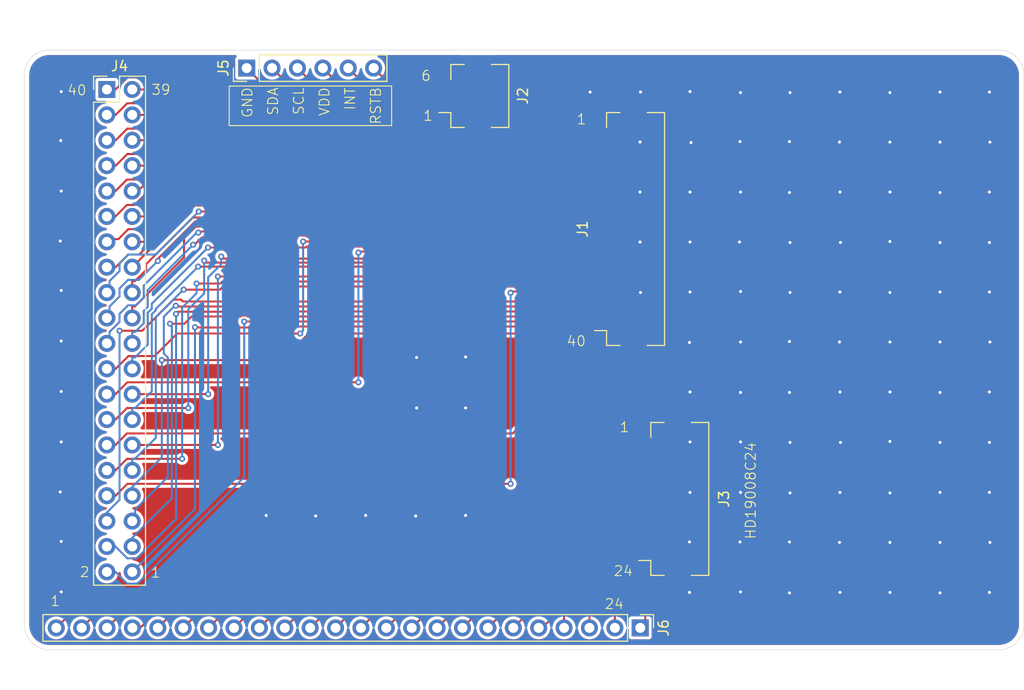
<source format=kicad_pcb>
(kicad_pcb (version 20241229) (generator "pcbnew") (generator_version "9.0")
  (layers (0 "F.Cu" signal) (2 "B.Cu" signal) (13 "F.Paste" user) (15 "B.Paste" user) (5 "F.SilkS" user "F.Silkscreen") (7 "B.SilkS" user "B.Silkscreen") (1 "F.Mask" user) (3 "B.Mask" user) (25 "Edge.Cuts" user))
  (net 0 "")
  (net 1 "Net-(J1-Pin_6)")
  (net 2 "Net-(J1-Pin_30)")
  (net 3 "Net-(J1-Pin_38)")
  (net 4 "GND")
  (net 5 "Net-(J1-Pin_13)")
  (net 6 "Net-(J1-Pin_4)")
  (net 7 "Net-(J1-Pin_16)")
  (net 8 "Net-(J1-Pin_2)")
  (net 9 "Net-(J1-Pin_33)")
  (net 10 "Net-(J1-Pin_7)")
  (net 11 "Net-(J1-Pin_24)")
  (net 12 "Net-(J1-Pin_8)")
  (net 13 "Net-(J1-Pin_26)")
  (net 14 "Net-(J1-Pin_34)")
  (net 15 "Net-(J1-Pin_5)")
  (net 16 "Net-(J1-Pin_32)")
  (net 17 "Net-(J1-Pin_36)")
  (net 18 "Net-(J1-Pin_14)")
  (net 19 "Net-(J1-Pin_10)")
  (net 20 "Net-(J1-Pin_11)")
  (net 21 "Net-(J1-Pin_37)")
  (net 22 "Net-(J1-Pin_29)")
  (net 23 "Net-(J1-Pin_25)")
  (net 24 "Net-(J1-Pin_19)")
  (net 25 "Net-(J1-Pin_3)")
  (net 26 "Net-(J1-Pin_39)")
  (net 27 "Net-(J1-Pin_9)")
  (net 28 "Net-(J1-Pin_23)")
  (net 29 "Net-(J1-Pin_15)")
  (net 30 "Net-(J1-Pin_12)")
  (net 31 "Net-(J1-Pin_20)")
  (net 32 "Net-(J1-Pin_28)")
  (net 33 "Net-(J1-Pin_22)")
  (net 34 "Net-(J1-Pin_17)")
  (net 35 "Net-(J1-Pin_35)")
  (net 36 "Net-(J1-Pin_27)")
  (net 37 "Net-(J1-Pin_40)")
  (net 38 "Net-(J1-Pin_1)")
  (net 39 "Net-(J1-Pin_18)")
  (net 40 "Net-(J1-Pin_31)")
  (net 41 "Net-(J1-Pin_21)")
  (net 42 "Net-(J2-Pin_5)")
  (net 43 "Net-(J2-Pin_2)")
  (net 44 "Net-(J2-Pin_3)")
  (net 45 "Net-(J2-Pin_6)")
  (net 46 "Net-(J2-Pin_1)")
  (net 47 "Net-(J2-Pin_4)")
  (net 48 "Net-(J3-Pin_17)")
  (net 49 "Net-(J3-Pin_15)")
  (net 50 "Net-(J3-Pin_9)")
  (net 51 "Net-(J3-Pin_24)")
  (net 52 "Net-(J3-Pin_1)")
  (net 53 "Net-(J3-Pin_18)")
  (net 54 "Net-(J3-Pin_16)")
  (net 55 "Net-(J3-Pin_4)")
  (net 56 "Net-(J3-Pin_5)")
  (net 57 "Net-(J3-Pin_19)")
  (net 58 "Net-(J3-Pin_8)")
  (net 59 "Net-(J3-Pin_22)")
  (net 60 "Net-(J3-Pin_10)")
  (net 61 "Net-(J3-Pin_3)")
  (net 62 "Net-(J3-Pin_13)")
  (net 63 "Net-(J3-Pin_6)")
  (net 64 "Net-(J3-Pin_14)")
  (net 65 "Net-(J3-Pin_2)")
  (net 66 "Net-(J3-Pin_20)")
  (net 67 "Net-(J3-Pin_7)")
  (net 68 "Net-(J3-Pin_23)")
  (net 69 "Net-(J3-Pin_21)")
  (net 70 "Net-(J3-Pin_11)")
  (net 71 "Net-(J3-Pin_12)")
  (footprint "Connector_PinHeader_2.54mm:PinHeader_1x24_P2.54mm_Vertical" (layer "F.Cu") (at 130.02 123.6 -90)
    (property "Reference" "J6")
    (property "Value" "Conn_01x24_Pin")
  )
  (footprint "Connector_FFC-FPC:Hirose_FH12-24S-0.5SH_1x24-1MP_P0.50mm_Horizontal" (layer "F.Cu") (at 132.375 110.7 90)
    (property "Reference" "J3")
    (property "Value" "Conn_01x24_MountingPin")
  )
  (footprint "Connector_FFC-FPC:Hirose_FH12-6S-0.5SH_1x06-1MP_P0.50mm_Horizontal" (layer "F.Cu") (at 112.375 70.39 90)
    (property "Reference" "J2")
    (property "Value" "Conn_01x06_MountingPin")
  )
  (footprint "Connector_PinHeader_2.54mm:PinHeader_2x20_P2.54mm_Vertical" (layer "F.Cu") (at 76.66 69.74)
    (property "Reference" "J4")
    (property "Value" "Conn_02x20_Counter_Clockwise")
  )
  (footprint "Connector_FFC-FPC:Hirose_FH12-40S-0.5SH_1x40-1MP_P0.50mm_Horizontal" (layer "F.Cu") (at 127.95 83.7 90)
    (property "Reference" "J1")
    (property "Value" "Conn_01x40_MountingPin")
  )
  (footprint "Connector_PinHeader_2.54mm:PinHeader_1x06_P2.54mm_Vertical" (layer "F.Cu") (at 90.65 67.6 90)
    (property "Reference" "J5")
    (property "Value" "Conn_01x06_Pin")
  )
  (gr_rect (start 88.9 69.4) (end 105.15 73.35) (stroke (width 0.1)) (fill no) (layer "F.SilkS"))
  (gr_arc (start 168.4 123.3) (mid 167.667767 125.067767) (end 165.9 125.8) (stroke (width 0.05)) (layer "Edge.Cuts"))
  (gr_arc (start 68.4 68.3) (mid 69.132233 66.532233) (end 70.9 65.8) (stroke (width 0.05)) (layer "Edge.Cuts"))
  (gr_arc (start 165.9 65.8) (mid 167.667767 66.532233) (end 168.4 68.3) (stroke (width 0.05)) (layer "Edge.Cuts"))
  (gr_line (start 70.9 65.8) (end 165.9 65.8) (stroke (width 0.05)) (layer "Edge.Cuts"))
  (gr_line (start 165.9 125.8) (end 70.9 125.8) (stroke (width 0.05)) (layer "Edge.Cuts"))
  (gr_line (start 68.4 123.3) (end 68.4 68.3) (stroke (width 0.05)) (layer "Edge.Cuts"))
  (gr_line (start 168.4 68.3) (end 168.4 123.3) (stroke (width 0.05)) (layer "Edge.Cuts"))
  (gr_arc (start 70.9 125.8) (mid 69.132233 125.067767) (end 68.4 123.3) (stroke (width 0.05)) (layer "Edge.Cuts"))
  (gr_text "1" (at 81 118.65 0) (layer "F.SilkS") (effects (font (size 1 1) (thickness 0.1)) (justify left bottom)))
  (gr_text "HD19008C24" (at 141.65 114.8 90) (layer "F.SilkS") (effects (font (size 1 1) (thickness 0.1)) (justify left bottom)))
  (gr_text "1" (at 108.25 72.95 0) (layer "F.SilkS") (effects (font (size 1 1) (thickness 0.1)) (justify left bottom)))
  (gr_text "INT" (at 101.58 71.873809 90) (layer "F.SilkS") (effects (font (size 1 1) (thickness 0.1)) (justify left bottom)))
  (gr_text "40" (at 122.6 95.5 0) (layer "F.SilkS") (effects (font (size 1 1) (thickness 0.1)) (justify left bottom)))
  (gr_text "1" (at 123.6 73.3 0) (layer "F.SilkS") (effects (font (size 1 1) (thickness 0.1)) (justify left bottom)))
  (gr_text "1" (at 70.95 121.5 0) (layer "F.SilkS") (effects (font (size 1 1) (thickness 0.1)) (justify left bottom)))
  (gr_text "GND" (at 91.3 72.635714 90) (layer "F.SilkS") (effects (font (size 1 1) (thickness 0.1)) (justify left bottom)))
  (gr_text "RSTB" (at 104.15 73.302381 90) (layer "F.SilkS") (effects (font (size 1 1) (thickness 0.1)) (justify left bottom)))
  (gr_text "24" (at 126.4 121.8 0) (layer "F.SilkS") (effects (font (size 1 1) (thickness 0.1)) (justify left bottom)))
  (gr_text "40" (at 72.65 70.4 0) (layer "F.SilkS") (effects (font (size 1 1) (thickness 0.1)) (justify left bottom)))
  (gr_text "1" (at 127.9 104.1 0) (layer "F.SilkS") (effects (font (size 1 1) (thickness 0.1)) (justify left bottom)))
  (gr_text "VDD" (at 99.01 72.445238 90) (layer "F.SilkS") (effects (font (size 1 1) (thickness 0.1)) (justify left bottom)))
  (gr_text "6" (at 108.05 68.95 0) (layer "F.SilkS") (effects (font (size 1 1) (thickness 0.1)) (justify left bottom)))
  (gr_text "2" (at 73.9 118.6 0) (layer "F.SilkS") (effects (font (size 1 1) (thickness 0.1)) (justify left bottom)))
  (gr_text "SCL" (at 96.44 72.35 90) (layer "F.SilkS") (effects (font (size 1 1) (thickness 0.1)) (justify left bottom)))
  (gr_text "24" (at 127.3 118.5 0) (layer "F.SilkS") (effects (font (size 1 1) (thickness 0.1)) (justify left bottom)))
  (gr_text "SDA" (at 93.87 72.397619 90) (layer "F.SilkS") (effects (font (size 1 1) (thickness 0.1)) (justify left bottom)))
  (gr_text "39" (at 81.05 70.35 0) (layer "F.SilkS") (effects (font (size 1 1) (thickness 0.1)) (justify left bottom)))
  (segment (start 84.0893 90.7625) (end 83.3179 90.7625) (width 0.2) (layer "F.Cu") (net 1))
  (segment (start 80.202 93.8784) (end 77.93 93.8784) (width 0.2) (layer "F.Cu") (net 1))
  (segment (start 126.1 90.95) (end 84.2768 90.95) (width 0.2) (layer "F.Cu") (net 1))
  (segment (start 84.2768 90.95) (end 84.0893 90.7625) (width 0.2) (layer "F.Cu") (net 1))
  (segment (start 83.3179 90.7625) (end 80.202 93.8784) (width 0.2) (layer "F.Cu") (net 1))
  (via (at 77.93 93.8784) (size 0.6) (drill 0.3) (layers "F.Cu" "B.Cu") (net 1))
  (segment (start 76.66 112.92) (end 76.66 112.056) (width 0.2) (layer "B.Cu") (net 1))
  (segment (start 77.93 110.786) (end 77.93 93.8784) (width 0.2) (layer "B.Cu") (net 1))
  (segment (start 76.66 112.056) (end 77.93 110.786) (width 0.2) (layer "B.Cu") (net 1))
  (segment (start 78.6754 81.2883) (end 79.4405 81.2883) (width 0.2) (layer "F.Cu") (net 2))
  (segment (start 76.66 82.44) (end 77.5237 82.44) (width 0.2) (layer "F.Cu") (net 2))
  (segment (start 79.4405 81.2883) (end 81.7788 78.95) (width 0.2) (layer "F.Cu") (net 2))
  (segment (start 77.5237 82.44) (end 78.6754 81.2883) (width 0.2) (layer "F.Cu") (net 2))
  (segment (start 81.7788 78.95) (end 126.1 78.95) (width 0.2) (layer "F.Cu") (net 2))
  (segment (start 76.66 72.28) (end 77.5432 72.28) (width 0.2) (layer "F.Cu") (net 3))
  (segment (start 116.378 74.95) (end 126.1 74.95) (width 0.2) (layer "F.Cu") (net 3))
  (segment (start 78.7048 71.1184) (end 91.1403 71.1184) (width 0.2) (layer "F.Cu") (net 3))
  (segment (start 93.0475 73.0256) (end 109.524 73.0256) (width 0.2) (layer "F.Cu") (net 3))
  (segment (start 91.1403 71.1184) (end 93.0475 73.0256) (width 0.2) (layer "F.Cu") (net 3))
  (segment (start 116.092 75.2357) (end 116.378 74.95) (width 0.2) (layer "F.Cu") (net 3))
  (segment (start 109.524 73.0256) (end 112.044 75.5451) (width 0.2) (layer "F.Cu") (net 3))
  (segment (start 115.333 75.5451) (end 115.642 75.2357) (width 0.2) (layer "F.Cu") (net 3))
  (segment (start 77.5432 72.28) (end 78.7048 71.1184) (width 0.2) (layer "F.Cu") (net 3))
  (segment (start 115.642 75.2357) (end 116.092 75.2357) (width 0.2) (layer "F.Cu") (net 3))
  (segment (start 112.044 75.5451) (end 115.333 75.5451) (width 0.2) (layer "F.Cu") (net 3))
  (segment (start 129.35 95.35) (end 129.35 95.9508) (width 0.2) (layer "F.Cu") (net 4))
  (segment (start 129.35 72.05) (end 129.35 72.3504) (width 0.2) (layer "F.Cu") (net 4))
  (via (at 107.55 112.4) (size 0.6) (drill 0.3) (layers "F.Cu" "B.Cu") (net 4))
  (via (at 145 110.1) (size 0.6) (drill 0.3) (layers "F.Cu" "B.Cu") (net 4))
  (via (at 145 90.05) (size 0.6) (drill 0.3) (layers "F.Cu" "B.Cu") (net 4))
  (via (at 72.1 89.85) (size 0.6) (drill 0.3) (layers "F.Cu" "B.Cu") (net 4))
  (via (at 155 84.95) (size 0.6) (drill 0.3) (layers "F.Cu" "B.Cu") (net 4))
  (via (at 97.55 112.4) (size 0.6) (drill 0.3) (layers "F.Cu" "B.Cu") (net 4))
  (via (at 135 100) (size 0.6) (drill 0.3) (layers "F.Cu" "B.Cu") (net 4))
  (via (at 144.95 115) (size 0.6) (drill 0.3) (layers "F.Cu" "B.Cu") (net 4))
  (via (at 134.95 120.05) (size 0.6) (drill 0.3) (layers "F.Cu" "B.Cu") (net 4))
  (via (at 140.05 100.05) (size 0.6) (drill 0.3) (layers "F.Cu" "B.Cu") (net 4))
  (via (at 155 95) (size 0.6) (drill 0.3) (layers "F.Cu" "B.Cu") (net 4))
  (via (at 164.95 85.05) (size 0.6) (drill 0.3) (layers "F.Cu" "B.Cu") (net 4))
  (via (at 140.05 80) (size 0.6) (drill 0.3) (layers "F.Cu" "B.Cu") (net 4))
  (via (at 160 75) (size 0.6) (drill 0.3) (layers "F.Cu" "B.Cu") (net 4))
  (via (at 107.65 96.55) (size 0.6) (drill 0.3) (layers "F.Cu" "B.Cu") (net 4))
  (via (at 145 105.05) (size 0.6) (drill 0.3) (layers "F.Cu" "B.Cu") (net 4))
  (via (at 135 90) (size 0.6) (drill 0.3) (layers "F.Cu" "B.Cu") (net 4))
  (via (at 155 75) (size 0.6) (drill 0.3) (layers "F.Cu" "B.Cu") (net 4))
  (via (at 134.95 115) (size 0.6) (drill 0.3) (layers "F.Cu" "B.Cu") (net 4))
  (via (at 130 80) (size 0.6) (drill 0.3) (layers "F.Cu" "B.Cu") (net 4))
  (via (at 72.1 69.95) (size 0.6) (drill 0.3) (layers "F.Cu" "B.Cu") (net 4))
  (via (at 150 120.05) (size 0.6) (drill 0.3) (layers "F.Cu" "B.Cu") (net 4))
  (via (at 164.95 100) (size 0.6) (drill 0.3) (layers "F.Cu" "B.Cu") (net 4))
  (via (at 149.95 75) (size 0.6) (drill 0.3) (layers "F.Cu" "B.Cu") (net 4))
  (via (at 150.05 85.05) (size 0.6) (drill 0.3) (layers "F.Cu" "B.Cu") (net 4))
  (via (at 130.05 90.05) (size 0.6) (drill 0.3) (layers "F.Cu" "B.Cu") (net 4))
  (via (at 139.95 85) (size 0.6) (drill 0.3) (layers "F.Cu" "B.Cu") (net 4))
  (via (at 135 69.95) (size 0.6) (drill 0.3) (layers "F.Cu" "B.Cu") (net 4))
  (via (at 150 80) (size 0.6) (drill 0.3) (layers "F.Cu" "B.Cu") (net 4))
  (via (at 149.95 95) (size 0.6) (drill 0.3) (layers "F.Cu" "B.Cu") (net 4))
  (via (at 130.05 70) (size 0.6) (drill 0.3) (layers "F.Cu" "B.Cu") (net 4))
  (via (at 164.95 70) (size 0.6) (drill 0.3) (layers "F.Cu" "B.Cu") (net 4))
  (via (at 72.1 105) (size 0.6) (drill 0.3) (layers "F.Cu" "B.Cu") (net 4))
  (via (at 160 120.1) (size 0.6) (drill 0.3) (layers "F.Cu" "B.Cu") (net 4))
  (via (at 145 70.05) (size 0.6) (drill 0.3) (layers "F.Cu" "B.Cu") (net 4))
  (via (at 149.95 115.05) (size 0.6) (drill 0.3) (layers "F.Cu" "B.Cu") (net 4))
  (via (at 144.95 100.05) (size 0.6) (drill 0.3) (layers "F.Cu" "B.Cu") (net 4))
  (via (at 140 115) (size 0.6) (drill 0.3) (layers "F.Cu" "B.Cu") (net 4))
  (via (at 134.95 95.05) (size 0.6) (drill 0.3) (layers "F.Cu" "B.Cu") (net 4))
  (via (at 160 70) (size 0.6) (drill 0.3) (layers "F.Cu" "B.Cu") (net 4))
  (via (at 155 110.1) (size 0.6) (drill 0.3) (layers "F.Cu" "B.Cu") (net 4))
  (via (at 102.55 112.35) (size 0.6) (drill 0.3) (layers "F.Cu" "B.Cu") (net 4))
  (via (at 140.05 70.05) (size 0.6) (drill 0.3) (layers "F.Cu" "B.Cu") (net 4))
  (via (at 160 105.05) (size 0.6) (drill 0.3) (layers "F.Cu" "B.Cu") (net 4))
  (via (at 150 90) (size 0.6) (drill 0.3) (layers "F.Cu" "B.Cu") (net 4))
  (via (at 135 110.05) (size 0.6) (drill 0.3) (layers "F.Cu" "B.Cu") (net 4))
  (via (at 72.1 99.95) (size 0.6) (drill 0.3) (layers "F.Cu" "B.Cu") (net 4))
  (via (at 140 74.95) (size 0.6) (drill 0.3) (layers "F.Cu" "B.Cu") (net 4))
  (via (at 135 80) (size 0.6) (drill 0.3) (layers "F.Cu" "B.Cu") (net 4))
  (via (at 140.05 120) (size 0.6) (drill 0.3) (layers "F.Cu" "B.Cu") (net 4))
  (via (at 160 110.05) (size 0.6) (drill 0.3) (layers "F.Cu" "B.Cu") (net 4))
  (via (at 155 104.95) (size 0.6) (drill 0.3) (layers "F.Cu" "B.Cu") (net 4))
  (via (at 144.95 94.95) (size 0.6) (drill 0.3) (layers "F.Cu" "B.Cu") (net 4))
  (via (at 160 90) (size 0.6) (drill 0.3) (layers "F.Cu" "B.Cu") (net 4))
  (via (at 112.55 101.6) (size 0.6) (drill 0.3) (layers "F.Cu" "B.Cu") (net 4))
  (via (at 160 100.05) (size 0.6) (drill 0.3) (layers "F.Cu" "B.Cu") (net 4))
  (via (at 72.1 79.9) (size 0.6) (drill 0.3) (layers "F.Cu" "B.Cu") (net 4))
  (via (at 164.95 105.05) (size 0.6) (drill 0.3) (layers "F.Cu" "B.Cu") (net 4))
  (via (at 140.05 110.05) (size 0.6) (drill 0.3) (layers "F.Cu" "B.Cu") (net 4))
  (via (at 140.05 105) (size 0.6) (drill 0.3) (layers "F.Cu" "B.Cu") (net 4))
  (via (at 155 120.05) (size 0.6) (drill 0.3) (layers "F.Cu" "B.Cu") (net 4))
  (via (at 72 84.9) (size 0.6) (drill 0.3) (layers "F.Cu" "B.Cu") (net 4))
  (via (at 150 100) (size 0.6) (drill 0.3) (layers "F.Cu" "B.Cu") (net 4))
  (via (at 125 70) (size 0.6) (drill 0.3) (layers "F.Cu" "B.Cu") (net 4))
  (via (at 144.95 120.1) (size 0.6) (drill 0.3) (layers "F.Cu" "B.Cu") (net 4))
  (via (at 72.1 114.95) (size 0.6) (drill 0.3) (layers "F.Cu" "B.Cu") (net 4))
  (via (at 145 85.05) (size 0.6) (drill 0.3) (layers "F.Cu" "B.Cu") (net 4))
  (via (at 72.1 94.9) (size 0.6) (drill 0.3) (layers "F.Cu" "B.Cu") (net 4))
  (via (at 155 80) (size 0.6) (drill 0.3) (layers "F.Cu" "B.Cu") (net 4))
  (via (at 72.05 74.85) (size 0.6) (drill 0.3) (layers "F.Cu" "B.Cu") (net 4))
  (via (at 92.6 112.35) (size 0.6) (drill 0.3) (layers "F.Cu" "B.Cu") (net 4))
  (via (at 140.05 89.95) (size 0.6) (drill 0.3) (layers "F.Cu" "B.Cu") (net 4))
  (via (at 165 115.05) (size 0.6) (drill 0.3) (layers "F.Cu" "B.Cu") (net 4))
  (via (at 112.55 112.35) (size 0.6) (drill 0.3) (layers "F.Cu" "B.Cu") (net 4))
  (via (at 135.1 75.05) (size 0.6) (drill 0.3) (layers "F.Cu" "B.Cu") (net 4))
  (via (at 155 90.05) (size 0.6) (drill 0.3) (layers "F.Cu" "B.Cu") (net 4))
  (via (at 164.95 90) (size 0.6) (drill 0.3) (layers "F.Cu" "B.Cu") (net 4))
  (via (at 165 75) (size 0.6) (drill 0.3) (layers "F.Cu" "B.Cu") (net 4))
  (via (at 160 80.05) (size 0.6) (drill 0.3) (layers "F.Cu" "B.Cu") (net 4))
  (via (at 150.05 105.05) (size 0.6) (drill 0.3) (layers "F.Cu" "B.Cu") (net 4))
  (via (at 165 95) (size 0.6) (drill 0.3) (layers "F.Cu" "B.Cu") (net 4))
  (via (at 164.95 80) (size 0.6) (drill 0.3) (layers "F.Cu" "B.Cu") (net 4))
  (via (at 150 70) (size 0.6) (drill 0.3) (layers "F.Cu" "B.Cu") (net 4))
  (via (at 155 115.05) (size 0.6) (drill 0.3) (layers "F.Cu" "B.Cu") (net 4))
  (via (at 144.95 74.95) (size 0.6) (drill 0.3) (layers "F.Cu" "B.Cu") (net 4))
  (via (at 130 85) (size 0.6) (drill 0.3) (layers "F.Cu" "B.Cu") (net 4))
  (via (at 150 110.05) (size 0.6) (drill 0.3) (layers "F.Cu" "B.Cu") (net 4))
  (via (at 144.95 80.05) (size 0.6) (drill 0.3) (layers "F.Cu" "B.Cu") (net 4))
  (via (at 72.1 120) (size 0.6) (drill 0.3) (layers "F.Cu" "B.Cu") (net 4))
  (via (at 107.65 101.6) (size 0.6) (drill 0.3) (layers "F.Cu" "B.Cu") (net 4))
  (via (at 135 85) (size 0.6) (drill 0.3) (layers "F.Cu" "B.Cu") (net 4))
  (via (at 130 75) (size 0.6) (drill 0.3) (layers "F.Cu" "B.Cu") (net 4))
  (via (at 164.95 120.05) (size 0.6) (drill 0.3) (layers "F.Cu" "B.Cu") (net 4))
  (via (at 160 85.05) (size 0.6) (drill 0.3) (layers "F.Cu" "B.Cu") (net 4))
  (via (at 155 70.05) (size 0.6) (drill 0.3) (layers "F.Cu" "B.Cu") (net 4))
  (via (at 160 115.05) (size 0.6) (drill 0.3) (layers "F.Cu" "B.Cu") (net 4))
  (via (at 135 105) (size 0.6) (drill 0.3) (layers "F.Cu" "B.Cu") (net 4))
  (via (at 155 100) (size 0.6) (drill 0.3) (layers "F.Cu" "B.Cu") (net 4))
  (via (at 112.55 96.5) (size 0.6) (drill 0.3) (layers "F.Cu" "B.Cu") (net 4))
  (via (at 140.05 95) (size 0.6) (drill 0.3) (layers "F.Cu" "B.Cu") (net 4))
  (via (at 164.95 110.05) (size 0.6) (drill 0.3) (layers "F.Cu" "B.Cu") (net 4))
  (via (at 72 110) (size 0.6) (drill 0.3) (layers "F.Cu" "B.Cu") (net 4))
  (via (at 160 95) (size 0.6) (drill 0.3) (layers "F.Cu" "B.Cu") (net 4))
  (segment (start 125.135 87.4632) (end 85.7942 87.4632) (width 0.2) (layer "F.Cu") (net 5))
  (segment (start 125.148 87.45) (end 125.135 87.4632) (width 0.2) (layer "F.Cu") (net 5))
  (segment (start 126.1 87.45) (end 125.148 87.45) (width 0.2) (layer "F.Cu") (net 5))
  (via (at 85.7942 87.4632) (size 0.6) (drill 0.3) (layers "F.Cu" "B.Cu") (net 5))
  (segment (start 81.1551 99.9411) (end 81.1551 92.2306) (width 0.2) (layer "B.Cu") (net 5))
  (segment (start 81.1551 92.2306) (end 81.5568 91.8289) (width 0.2) (layer "B.Cu") (net 5))
  (segment (start 81.5568 91.7006) (end 85.7942 87.4632) (width 0.2) (layer "B.Cu") (net 5))
  (segment (start 81.5568 91.8289) (end 81.5568 91.7006) (width 0.2) (layer "B.Cu") (net 5))
  (segment (start 79.2 101.608) (end 79.4879 101.608) (width 0.2) (layer "B.Cu") (net 5))
  (segment (start 79.4879 101.608) (end 81.1551 99.9411) (width 0.2) (layer "B.Cu") (net 5))
  (segment (start 79.2 102.76) (end 79.2 101.608) (width 0.2) (layer "B.Cu") (net 5))
  (segment (start 125.145 91.9466) (end 89.9879 91.9466) (width 0.2) (layer "F.Cu") (net 6))
  (segment (start 126.1 91.95) (end 125.148 91.95) (width 0.2) (layer "F.Cu") (net 6))
  (segment (start 89.9879 91.9466) (end 89.9609 91.9736) (width 0.2) (layer "F.Cu") (net 6))
  (segment (start 89.9609 91.9736) (end 83.8025 91.9736) (width 0.2) (layer "F.Cu") (net 6))
  (segment (start 83.8025 91.9736) (end 83.5858 92.1903) (width 0.2) (layer "F.Cu") (net 6))
  (segment (start 125.148 91.95) (end 125.145 91.9466) (width 0.2) (layer "F.Cu") (net 6))
  (via (at 83.5858 92.1903) (size 0.6) (drill 0.3) (layers "F.Cu" "B.Cu") (net 6))
  (segment (start 79.6502 116.642) (end 83.5858 112.706) (width 0.2) (layer "B.Cu") (net 6))
  (segment (start 83.5858 112.706) (end 83.5858 92.1903) (width 0.2) (layer "B.Cu") (net 6))
  (segment (start 76.66 115.46) (end 77.5237 115.46) (width 0.2) (layer "B.Cu") (net 6))
  (segment (start 77.5237 115.46) (end 78.7057 116.642) (width 0.2) (layer "B.Cu") (net 6))
  (segment (start 78.7057 116.642) (end 79.6502 116.642) (width 0.2) (layer "B.Cu") (net 6))
  (segment (start 76.66 100.22) (end 77.5238 100.22) (width 0.2) (layer "F.Cu") (net 7))
  (segment (start 77.5238 100.22) (end 78.7116 99.0322) (width 0.2) (layer "F.Cu") (net 7))
  (segment (start 126.1 85.95) (end 101.934 85.95) (width 0.2) (layer "F.Cu") (net 7))
  (segment (start 78.7116 99.0322) (end 101.826 99.0322) (width 0.2) (layer "F.Cu") (net 7))
  (segment (start 101.934 85.95) (end 101.826 86.0581) (width 0.2) (layer "F.Cu") (net 7))
  (via (at 101.826 86.0581) (size 0.6) (drill 0.3) (layers "F.Cu" "B.Cu") (net 7))
  (via (at 101.826 99.0322) (size 0.6) (drill 0.3) (layers "F.Cu" "B.Cu") (net 7))
  (segment (start 101.826 99.0322) (end 101.826 86.0581) (width 0.2) (layer "B.Cu") (net 7))
  (segment (start 126.1 92.95) (end 90.4033 92.95) (width 0.2) (layer "F.Cu") (net 8))
  (via (at 90.4033 92.95) (size 0.6) (drill 0.3) (layers "F.Cu" "B.Cu") (net 8))
  (segment (start 79.7341 119.172) (end 90.4033 108.502) (width 0.2) (layer "B.Cu") (net 8))
  (segment (start 78.6954 119.172) (end 79.7341 119.172) (width 0.2) (layer "B.Cu") (net 8))
  (segment (start 90.4033 108.502) (end 90.4033 92.95) (width 0.2) (layer "B.Cu") (net 8))
  (segment (start 76.66 118) (end 77.5234 118) (width 0.2) (layer "B.Cu") (net 8))
  (segment (start 77.5234 118) (end 78.6954 119.172) (width 0.2) (layer "B.Cu") (net 8))
  (segment (start 79.2 77.36) (end 80.3517 77.36) (width 0.2) (layer "F.Cu") (net 9))
  (segment (start 80.3517 77.36) (end 80.5453 77.5536) (width 0.2) (layer "F.Cu") (net 9))
  (segment (start 116.164 77.5536) (end 116.268 77.45) (width 0.2) (layer "F.Cu") (net 9))
  (segment (start 80.5453 77.5536) (end 116.164 77.5536) (width 0.2) (layer "F.Cu") (net 9))
  (segment (start 116.268 77.45) (end 126.1 77.45) (width 0.2) (layer "F.Cu") (net 9))
  (segment (start 94.1874 96.8125) (end 82.1594 96.8125) (width 0.2) (layer "F.Cu") (net 10))
  (segment (start 96.8486 94.1513) (end 94.1874 96.8125) (width 0.2) (layer "F.Cu") (net 10))
  (segment (start 127.052 93.7879) (end 126.688 94.1513) (width 0.2) (layer "F.Cu") (net 10))
  (segment (start 127.052 90.45) (end 127.052 93.7879) (width 0.2) (layer "F.Cu") (net 10))
  (segment (start 126.1 90.45) (end 127.052 90.45) (width 0.2) (layer "F.Cu") (net 10))
  (segment (start 126.688 94.1513) (end 96.8486 94.1513) (width 0.2) (layer "F.Cu") (net 10))
  (via (at 82.1594 96.8125) (size 0.6) (drill 0.3) (layers "F.Cu" "B.Cu") (net 10))
  (segment (start 79.2 110.38) (end 79.2 109.4964) (width 0.2) (layer "B.Cu") (net 10))
  (segment (start 82.1594 106.537) (end 82.1594 96.8125) (width 0.2) (layer "B.Cu") (net 10))
  (segment (start 79.2 109.4964) (end 82.1594 106.537) (width 0.2) (layer "B.Cu") (net 10))
  (segment (start 126.1 81.95) (end 85.8552 81.95) (width 0.2) (layer "F.Cu") (net 11))
  (via (at 85.8552 81.95) (size 0.6) (drill 0.3) (layers "F.Cu" "B.Cu") (net 11))
  (segment (start 76.9285 88.9083) (end 76.9285 89.7915) (width 0.2) (layer "B.Cu") (net 11))
  (segment (start 78.8146 86.25) (end 77.93 87.1346) (width 0.2) (layer "B.Cu") (net 11))
  (segment (start 77.93 87.9068) (end 76.9285 88.9083) (width 0.2) (layer "B.Cu") (net 11))
  (segment (start 77.93 87.1346) (end 77.93 87.9068) (width 0.2) (layer "B.Cu") (net 11))
  (segment (start 81.5552 86.25) (end 78.8146 86.25) (width 0.2) (layer "B.Cu") (net 11))
  (segment (start 85.8552 81.95) (end 81.5552 86.25) (width 0.2) (layer "B.Cu") (net 11))
  (segment (start 76.9285 89.7915) (end 76.66 90.06) (width 0.2) (layer "B.Cu") (net 11))
  (segment (start 77.5238 110.38) (end 78.7178 109.186) (width 0.2) (layer "F.Cu") (net 12))
  (segment (start 78.7178 109.186) (end 117.052 109.186) (width 0.2) (layer "F.Cu") (net 12))
  (segment (start 76.66 110.38) (end 77.5238 110.38) (width 0.2) (layer "F.Cu") (net 12))
  (segment (start 117.177 89.95) (end 126.1 89.95) (width 0.2) (layer "F.Cu") (net 12))
  (segment (start 117.052 90.075) (end 117.177 89.95) (width 0.2) (layer "F.Cu") (net 12))
  (via (at 117.052 109.186) (size 0.6) (drill 0.3) (layers "F.Cu" "B.Cu") (net 12))
  (via (at 117.052 90.075) (size 0.6) (drill 0.3) (layers "F.Cu" "B.Cu") (net 12))
  (segment (start 117.052 90.075) (end 117.052 109.186) (width 0.2) (layer "B.Cu") (net 12))
  (segment (start 125.148 80.95) (end 125.145 80.9466) (width 0.2) (layer "F.Cu") (net 13))
  (segment (start 126.1 80.95) (end 125.148 80.95) (width 0.2) (layer "F.Cu") (net 13))
  (segment (start 78.8132 86.25) (end 77.5432 87.52) (width 0.2) (layer "F.Cu") (net 13))
  (segment (start 125.145 80.9466) (end 85.203 80.9466) (width 0.2) (layer "F.Cu") (net 13))
  (segment (start 79.8996 86.25) (end 78.8132 86.25) (width 0.2) (layer "F.Cu") (net 13))
  (segment (start 85.203 80.9466) (end 79.8996 86.25) (width 0.2) (layer "F.Cu") (net 13))
  (segment (start 77.5432 87.52) (end 76.66 87.52) (width 0.2) (layer "F.Cu") (net 13))
  (segment (start 116.2 76.95) (end 126.1 76.95) (width 0.2) (layer "F.Cu") (net 14))
  (segment (start 115.998 77.1519) (end 116.2 76.95) (width 0.2) (layer "F.Cu") (net 14))
  (segment (start 78.7057 76.1975) (end 97.5294 76.1975) (width 0.2) (layer "F.Cu") (net 14))
  (segment (start 98.4838 77.1519) (end 115.998 77.1519) (width 0.2) (layer "F.Cu") (net 14))
  (segment (start 76.66 77.36) (end 77.5432 77.36) (width 0.2) (layer "F.Cu") (net 14))
  (segment (start 97.5294 76.1975) (end 98.4838 77.1519) (width 0.2) (layer "F.Cu") (net 14))
  (segment (start 77.5432 77.36) (end 78.7057 76.1975) (width 0.2) (layer "F.Cu") (net 14))
  (segment (start 126.1 91.45) (end 83.6374 91.45) (width 0.2) (layer "F.Cu") (net 15))
  (segment (start 83.6374 91.45) (end 83.5593 91.3719) (width 0.2) (layer "F.Cu") (net 15))
  (via (at 83.5593 91.3719) (size 0.6) (drill 0.3) (layers "F.Cu" "B.Cu") (net 15))
  (segment (start 82.7619 108.494) (end 82.7619 96.5639) (width 0.2) (layer "B.Cu") (net 15))
  (segment (start 79.488 112.632) (end 79.488 111.768) (width 0.2) (layer "B.Cu") (net 15))
  (segment (start 83.4564 91.3719) (end 83.5593 91.3719) (width 0.2) (layer "B.Cu") (net 15))
  (segment (start 82.3603 96.1623) (end 82.3603 92.468) (width 0.2) (layer "B.Cu") (net 15))
  (segment (start 79.488 111.768) (end 82.7619 108.494) (width 0.2) (layer "B.Cu") (net 15))
  (segment (start 82.7619 96.5639) (end 82.3603 96.1623) (width 0.2) (layer "B.Cu") (net 15))
  (segment (start 82.3603 92.468) (end 83.4564 91.3719) (width 0.2) (layer "B.Cu") (net 15))
  (segment (start 79.2 112.92) (end 79.488 112.632) (width 0.2) (layer "B.Cu") (net 15))
  (segment (start 125.148 77.95) (end 125.143 77.9553) (width 0.2) (layer "F.Cu") (net 16))
  (segment (start 81.062 77.9553) (end 80.269 78.7483) (width 0.2) (layer "F.Cu") (net 16))
  (segment (start 80.269 78.7483) (end 78.6754 78.7483) (width 0.2) (layer "F.Cu") (net 16))
  (segment (start 78.6754 78.7483) (end 77.5237 79.9) (width 0.2) (layer "F.Cu") (net 16))
  (segment (start 126.1 77.95) (end 125.148 77.95) (width 0.2) (layer "F.Cu") (net 16))
  (segment (start 77.5237 79.9) (end 76.66 79.9) (width 0.2) (layer "F.Cu") (net 16))
  (segment (start 125.143 77.9553) (end 81.062 77.9553) (width 0.2) (layer "F.Cu") (net 16))
  (segment (start 115.665 76.3485) (end 115.975 76.0391) (width 0.2) (layer "F.Cu") (net 17))
  (segment (start 116.68 75.95) (end 126.1 75.95) (width 0.2) (layer "F.Cu") (net 17))
  (segment (start 111.711 76.3485) (end 115.665 76.3485) (width 0.2) (layer "F.Cu") (net 17))
  (segment (start 116.591 76.0391) (end 116.68 75.95) (width 0.2) (layer "F.Cu") (net 17))
  (segment (start 76.66 74.82) (end 77.546 74.82) (width 0.2) (layer "F.Cu") (net 17))
  (segment (start 115.975 76.0391) (end 116.591 76.0391) (width 0.2) (layer "F.Cu") (net 17))
  (segment (start 110.646 75.283) (end 111.711 76.3485) (width 0.2) (layer "F.Cu") (net 17))
  (segment (start 77.546 74.82) (end 78.7076 73.6584) (width 0.2) (layer "F.Cu") (net 17))
  (segment (start 92.5443 73.6584) (end 94.1689 75.283) (width 0.2) (layer "F.Cu") (net 17))
  (segment (start 94.1689 75.283) (end 110.646 75.283) (width 0.2) (layer "F.Cu") (net 17))
  (segment (start 78.7076 73.6584) (end 92.5443 73.6584) (width 0.2) (layer "F.Cu") (net 17))
  (segment (start 105.554 87.0615) (end 105.666 86.95) (width 0.2) (layer "F.Cu") (net 18))
  (segment (start 105.666 86.95) (end 126.1 86.95) (width 0.2) (layer "F.Cu") (net 18))
  (segment (start 76.66 102.76) (end 77.5234 102.76) (width 0.2) (layer "F.Cu") (net 18))
  (segment (start 78.6754 101.608) (end 84.8046 101.608) (width 0.2) (layer "F.Cu") (net 18))
  (segment (start 86.5992 87.0615) (end 105.554 87.0615) (width 0.2) (layer "F.Cu") (net 18))
  (segment (start 77.5234 102.76) (end 78.6754 101.608) (width 0.2) (layer "F.Cu") (net 18))
  (segment (start 86.396 86.8583) (end 86.5992 87.0615) (width 0.2) (layer "F.Cu") (net 18))
  (via (at 86.396 86.8583) (size 0.6) (drill 0.3) (layers "F.Cu" "B.Cu") (net 18))
  (via (at 84.8046 101.608) (size 0.6) (drill 0.3) (layers "F.Cu" "B.Cu") (net 18))
  (segment (start 86.396 88.2541) (end 86.3945 88.2556) (width 0.2) (layer "B.Cu") (net 18))
  (segment (start 86.396 86.8583) (end 86.396 88.2541) (width 0.2) (layer "B.Cu") (net 18))
  (segment (start 84.8046 91.7426) (end 84.8046 101.608) (width 0.2) (layer "B.Cu") (net 18))
  (segment (start 86.3945 88.2556) (end 86.3945 90.1527) (width 0.2) (layer "B.Cu") (net 18))
  (segment (start 86.3945 90.1527) (end 84.8046 91.7426) (width 0.2) (layer "B.Cu") (net 18))
  (segment (start 78.6754 106.688) (end 84.1909 106.688) (width 0.2) (layer "F.Cu") (net 19))
  (segment (start 77.5234 107.84) (end 78.6754 106.688) (width 0.2) (layer "F.Cu") (net 19))
  (segment (start 126.1 88.95) (end 88.2252 88.95) (width 0.2) (layer "F.Cu") (net 19))
  (segment (start 76.66 107.84) (end 77.5234 107.84) (width 0.2) (layer "F.Cu") (net 19))
  (segment (start 88.2252 88.95) (end 88.0235 89.1517) (width 0.2) (layer "F.Cu") (net 19))
  (segment (start 88.0235 89.1517) (end 85.6355 89.1517) (width 0.2) (layer "F.Cu") (net 19))
  (via (at 84.1909 106.688) (size 0.6) (drill 0.3) (layers "F.Cu" "B.Cu") (net 19))
  (via (at 85.6355 89.1517) (size 0.6) (drill 0.3) (layers "F.Cu" "B.Cu") (net 19))
  (segment (start 84.1909 91.5675) (end 84.1909 106.688) (width 0.2) (layer "B.Cu") (net 19))
  (segment (start 85.6355 89.1517) (end 85.6355 90.1229) (width 0.2) (layer "B.Cu") (net 19))
  (segment (start 85.6355 90.1229) (end 84.1909 91.5675) (width 0.2) (layer "B.Cu") (net 19))
  (segment (start 79.2 105.3) (end 87.7683 105.3) (width 0.2) (layer "F.Cu") (net 20))
  (segment (start 126.1 88.45) (end 87.7683 88.45) (width 0.2) (layer "F.Cu") (net 20))
  (via (at 87.7683 105.3) (size 0.6) (drill 0.3) (layers "F.Cu" "B.Cu") (net 20))
  (via (at 87.7683 88.45) (size 0.6) (drill 0.3) (layers "F.Cu" "B.Cu") (net 20))
  (segment (start 87.7683 105.3) (end 87.7683 88.45) (width 0.2) (layer "B.Cu") (net 20))
  (segment (start 115.808 75.6374) (end 116.425 75.6374) (width 0.2) (layer "F.Cu") (net 21))
  (segment (start 115.499 75.9468) (end 115.808 75.6374) (width 0.2) (layer "F.Cu") (net 21))
  (segment (start 109.016 73.4273) (end 110.393 74.8043) (width 0.2) (layer "F.Cu") (net 21))
  (segment (start 111.877 75.9468) (end 115.499 75.9468) (width 0.2) (layer "F.Cu") (net 21))
  (segment (start 110.393 74.8043) (end 110.735 74.8043) (width 0.2) (layer "F.Cu") (net 21))
  (segment (start 80.3517 72.28) (end 81.2306 73.1589) (width 0.2) (layer "F.Cu") (net 21))
  (segment (start 81.2306 73.1589) (end 92.6128 73.1589) (width 0.2) (layer "F.Cu") (net 21))
  (segment (start 92.6128 73.1589) (end 92.8812 73.4273) (width 0.2) (layer "F.Cu") (net 21))
  (segment (start 116.612 75.45) (end 126.1 75.45) (width 0.2) (layer "F.Cu") (net 21))
  (segment (start 116.425 75.6374) (end 116.612 75.45) (width 0.2) (layer "F.Cu") (net 21))
  (segment (start 79.2 72.28) (end 80.3517 72.28) (width 0.2) (layer "F.Cu") (net 21))
  (segment (start 92.8812 73.4273) (end 109.016 73.4273) (width 0.2) (layer "F.Cu") (net 21))
  (segment (start 110.735 74.8043) (end 111.877 75.9468) (width 0.2) (layer "F.Cu") (net 21))
  (segment (start 126.1 79.45) (end 83.3417 79.45) (width 0.2) (layer "F.Cu") (net 22))
  (segment (start 83.3417 79.45) (end 80.3517 82.44) (width 0.2) (layer "F.Cu") (net 22))
  (segment (start 80.3517 82.44) (end 79.2 82.44) (width 0.2) (layer "F.Cu") (net 22))
  (segment (start 126.1 81.45) (end 87.8071 81.45) (width 0.2) (layer "F.Cu") (net 23))
  (segment (start 87.7054 81.3483) (end 85.3717 81.3483) (width 0.2) (layer "F.Cu") (net 23))
  (segment (start 85.3717 81.3483) (end 79.2 87.52) (width 0.2) (layer "F.Cu") (net 23))
  (segment (start 87.8071 81.45) (end 87.7054 81.3483) (width 0.2) (layer "F.Cu") (net 23))
  (segment (start 85.4489 85.2669) (end 85.2902 85.2669) (width 0.2) (layer "F.Cu") (net 24))
  (segment (start 88.0144 84.5534) (end 86.1624 84.5534) (width 0.2) (layer "F.Cu") (net 24))
  (segment (start 96.5467 84.3483) (end 88.2195 84.3483) (width 0.2) (layer "F.Cu") (net 24))
  (segment (start 88.2195 84.3483) (end 88.0144 84.5534) (width 0.2) (layer "F.Cu") (net 24))
  (segment (start 86.1624 84.5534) (end 85.4489 85.2669) (width 0.2) (layer "F.Cu") (net 24))
  (segment (start 126.1 84.45) (end 96.6484 84.45) (width 0.2) (layer "F.Cu") (net 24))
  (segment (start 96.6484 84.45) (end 96.5467 84.3483) (width 0.2) (layer "F.Cu") (net 24))
  (via (at 85.2902 85.2669) (size 0.6) (drill 0.3) (layers "F.Cu" "B.Cu") (net 24))
  (segment (start 79.2 93.9883) (end 79.488 93.9883) (width 0.2) (layer "B.Cu") (net 24))
  (segment (start 80.7534 89.8037) (end 85.2902 85.2669) (width 0.2) (layer "B.Cu") (net 24))
  (segment (start 79.488 93.9883) (end 80.3517 93.1246) (width 0.2) (layer "B.Cu") (net 24))
  (segment (start 79.2 95.14) (end 79.2 93.9883) (width 0.2) (layer "B.Cu") (net 24))
  (segment (start 80.3517 93.1246) (end 80.3517 91.8979) (width 0.2) (layer "B.Cu") (net 24))
  (segment (start 80.3517 91.8979) (end 80.7534 91.4962) (width 0.2) (layer "B.Cu") (net 24))
  (segment (start 80.7534 91.4962) (end 80.7534 89.8037) (width 0.2) (layer "B.Cu") (net 24))
  (segment (start 90.0525 92.45) (end 85.1402 92.45) (width 0.2) (layer "F.Cu") (net 25))
  (segment (start 90.6525 92.3483) (end 90.1542 92.3483) (width 0.2) (layer "F.Cu") (net 25))
  (segment (start 90.1542 92.3483) (end 90.0525 92.45) (width 0.2) (layer "F.Cu") (net 25))
  (segment (start 90.7542 92.45) (end 90.6525 92.3483) (width 0.2) (layer "F.Cu") (net 25))
  (segment (start 84.4194 93.1708) (end 82.9841 93.1708) (width 0.2) (layer "F.Cu") (net 25))
  (segment (start 126.1 92.45) (end 90.7542 92.45) (width 0.2) (layer "F.Cu") (net 25))
  (segment (start 85.1402 92.45) (end 84.4194 93.1708) (width 0.2) (layer "F.Cu") (net 25))
  (via (at 82.9841 93.1708) (size 0.6) (drill 0.3) (layers "F.Cu" "B.Cu") (net 25))
  (segment (start 79.2 114.5966) (end 83.1636 110.633) (width 0.2) (layer "B.Cu") (net 25))
  (segment (start 83.1636 110.633) (end 83.1636 93.3503) (width 0.2) (layer "B.Cu") (net 25))
  (segment (start 83.1636 93.3503) (end 82.9841 93.1708) (width 0.2) (layer "B.Cu") (net 25))
  (segment (start 79.2 115.46) (end 79.2 114.5966) (width 0.2) (layer "B.Cu") (net 25))
  (segment (start 93.2139 72.6239) (end 109.69 72.6239) (width 0.2) (layer "F.Cu") (net 26))
  (segment (start 116.03 74.45) (end 126.1 74.45) (width 0.2) (layer "F.Cu") (net 26))
  (segment (start 80.7533 70.1416) (end 90.7316 70.1416) (width 0.2) (layer "F.Cu") (net 26))
  (segment (start 90.7316 70.1416) (end 93.2139 72.6239) (width 0.2) (layer "F.Cu") (net 26))
  (segment (start 115.568 74.7417) (end 115.738 74.7417) (width 0.2) (layer "F.Cu") (net 26))
  (segment (start 115.738 74.7417) (end 116.03 74.45) (width 0.2) (layer "F.Cu") (net 26))
  (segment (start 115.166 75.1434) (end 115.568 74.7417) (width 0.2) (layer "F.Cu") (net 26))
  (segment (start 109.69 72.6239) (end 112.21 75.1434) (width 0.2) (layer "F.Cu") (net 26))
  (segment (start 112.21 75.1434) (end 115.166 75.1434) (width 0.2) (layer "F.Cu") (net 26))
  (segment (start 80.3517 69.74) (end 80.7533 70.1416) (width 0.2) (layer "F.Cu") (net 26))
  (segment (start 79.2 69.74) (end 80.3517 69.74) (width 0.2) (layer "F.Cu") (net 26))
  (segment (start 87.9777 89.7655) (end 84.3471 89.7655) (width 0.2) (layer "F.Cu") (net 27))
  (segment (start 126.1 89.45) (end 88.2932 89.45) (width 0.2) (layer "F.Cu") (net 27))
  (segment (start 88.2932 89.45) (end 87.9777 89.7655) (width 0.2) (layer "F.Cu") (net 27))
  (via (at 84.3471 89.7655) (size 0.6) (drill 0.3) (layers "F.Cu" "B.Cu") (net 27))
  (segment (start 84.3149 89.7655) (end 81.5577 92.5227) (width 0.2) (layer "B.Cu") (net 27))
  (segment (start 79.2 106.688) (end 79.2 107.84) (width 0.2) (layer "B.Cu") (net 27))
  (segment (start 79.4685 106.688) (end 79.2 106.688) (width 0.2) (layer "B.Cu") (net 27))
  (segment (start 81.5577 92.5227) (end 81.5577 104.599) (width 0.2) (layer "B.Cu") (net 27))
  (segment (start 84.3471 89.7655) (end 84.3149 89.7655) (width 0.2) (layer "B.Cu") (net 27))
  (segment (start 81.5577 104.599) (end 79.4685 106.688) (width 0.2) (layer "B.Cu") (net 27))
  (segment (start 85.2514 82.5517) (end 87.7054 82.5517) (width 0.2) (layer "F.Cu") (net 28))
  (segment (start 79.4685 88.9083) (end 80.5913 87.7855) (width 0.2) (layer "F.Cu") (net 28))
  (segment (start 87.8071 82.45) (end 126.1 82.45) (width 0.2) (layer "F.Cu") (net 28))
  (segment (start 87.7054 82.5517) (end 87.8071 82.45) (width 0.2) (layer "F.Cu") (net 28))
  (segment (start 79.2 90.06) (end 79.2 88.9083) (width 0.2) (layer "F.Cu") (net 28))
  (segment (start 80.5913 87.2118) (end 85.2514 82.5517) (width 0.2) (layer "F.Cu") (net 28))
  (segment (start 80.5913 87.7855) (end 80.5913 87.2118) (width 0.2) (layer "F.Cu") (net 28))
  (segment (start 79.2 88.9083) (end 79.4685 88.9083) (width 0.2) (layer "F.Cu") (net 28))
  (segment (start 105.388 86.6598) (end 88.3103 86.6598) (width 0.2) (layer "F.Cu") (net 29))
  (segment (start 79.2 100.22) (end 86.7962 100.22) (width 0.2) (layer "F.Cu") (net 29))
  (segment (start 105.598 86.45) (end 105.388 86.6598) (width 0.2) (layer "F.Cu") (net 29))
  (segment (start 126.1 86.45) (end 105.598 86.45) (width 0.2) (layer "F.Cu") (net 29))
  (segment (start 88.3103 86.6598) (end 88.1027 86.4522) (width 0.2) (layer "F.Cu") (net 29))
  (via (at 86.7962 100.22) (size 0.6) (drill 0.3) (layers "F.Cu" "B.Cu") (net 29))
  (via (at 88.1027 86.4522) (size 0.6) (drill 0.3) (layers "F.Cu" "B.Cu") (net 29))
  (segment (start 86.7962 88.5221) (end 88.1027 87.2156) (width 0.2) (layer "B.Cu") (net 29))
  (segment (start 86.7962 100.22) (end 86.7962 88.5221) (width 0.2) (layer "B.Cu") (net 29))
  (segment (start 88.1027 87.2156) (end 88.1027 86.4522) (width 0.2) (layer "B.Cu") (net 29))
  (segment (start 126.1 87.95) (end 127.052 87.95) (width 0.2) (layer "F.Cu") (net 30))
  (segment (start 127.453 88.3517) (end 127.453 93.9542) (width 0.2) (layer "F.Cu") (net 30))
  (segment (start 77.5234 105.3) (end 76.66 105.3) (width 0.2) (layer "F.Cu") (net 30))
  (segment (start 117.259 104.148) (end 78.6754 104.148) (width 0.2) (layer "F.Cu") (net 30))
  (segment (start 78.6754 104.148) (end 77.5234 105.3) (width 0.2) (layer "F.Cu") (net 30))
  (segment (start 127.453 93.9542) (end 117.259 104.148) (width 0.2) (layer "F.Cu") (net 30))
  (segment (start 127.052 87.95) (end 127.453 88.3517) (width 0.2) (layer "F.Cu") (net 30))
  (segment (start 85.9183 83.9466) (end 85.8078 84.0571) (width 0.2) (layer "F.Cu") (net 31))
  (segment (start 126.1 83.95) (end 125.148 83.95) (width 0.2) (layer "F.Cu") (net 31))
  (segment (start 125.148 83.95) (end 125.145 83.9466) (width 0.2) (layer "F.Cu") (net 31))
  (segment (start 125.145 83.9466) (end 85.9183 83.9466) (width 0.2) (layer "F.Cu") (net 31))
  (via (at 85.8078 84.0571) (size 0.6) (drill 0.3) (layers "F.Cu" "B.Cu") (net 31))
  (segment (start 76.935 94.865) (end 76.935 93.9883) (width 0.2) (layer "B.Cu") (net 31))
  (segment (start 80.3517 89.3543) (end 85.6489 84.0571) (width 0.2) (layer "B.Cu") (net 31))
  (segment (start 79.5667 91.33) (end 80.3517 90.545) (width 0.2) (layer "B.Cu") (net 31))
  (segment (start 78.7816 91.33) (end 79.5667 91.33) (width 0.2) (layer "B.Cu") (net 31))
  (segment (start 77.93 92.1816) (end 78.7816 91.33) (width 0.2) (layer "B.Cu") (net 31))
  (segment (start 76.66 95.14) (end 76.935 94.865) (width 0.2) (layer "B.Cu") (net 31))
  (segment (start 76.935 93.9883) (end 77.93 92.9933) (width 0.2) (layer "B.Cu") (net 31))
  (segment (start 77.93 92.9933) (end 77.93 92.1816) (width 0.2) (layer "B.Cu") (net 31))
  (segment (start 85.6489 84.0571) (end 85.8078 84.0571) (width 0.2) (layer "B.Cu") (net 31))
  (segment (start 80.3517 90.545) (end 80.3517 89.3543) (width 0.2) (layer "B.Cu") (net 31))
  (segment (start 77.8117 84.7115) (end 78.8132 83.71) (width 0.2) (layer "F.Cu") (net 32))
  (segment (start 84.2664 79.95) (end 126.1 79.95) (width 0.2) (layer "F.Cu") (net 32))
  (segment (start 76.66 84.98) (end 76.9285 84.7115) (width 0.2) (layer "F.Cu") (net 32))
  (segment (start 80.5064 83.71) (end 84.2664 79.95) (width 0.2) (layer "F.Cu") (net 32))
  (segment (start 78.8132 83.71) (end 80.5064 83.71) (width 0.2) (layer "F.Cu") (net 32))
  (segment (start 76.9285 84.7115) (end 77.8117 84.7115) (width 0.2) (layer "F.Cu") (net 32))
  (segment (start 126.1 82.95) (end 125.148 82.95) (width 0.2) (layer "F.Cu") (net 33))
  (segment (start 85.4876 82.9534) (end 81.7623 86.6787) (width 0.2) (layer "F.Cu") (net 33))
  (segment (start 125.145 82.9534) (end 85.4876 82.9534) (width 0.2) (layer "F.Cu") (net 33))
  (segment (start 125.148 82.95) (end 125.145 82.9534) (width 0.2) (layer "F.Cu") (net 33))
  (segment (start 81.7623 86.6787) (end 81.7623 86.8916) (width 0.2) (layer "F.Cu") (net 33))
  (via (at 81.7623 86.8916) (size 0.6) (drill 0.3) (layers "F.Cu" "B.Cu") (net 33))
  (segment (start 77.93 89.6416) (end 78.7816 88.79) (width 0.2) (layer "B.Cu") (net 33))
  (segment (start 76.66 92.6) (end 76.9285 92.3315) (width 0.2) (layer "B.Cu") (net 33))
  (segment (start 78.7816 88.79) (end 79.8639 88.79) (width 0.2) (layer "B.Cu") (net 33))
  (segment (start 76.9285 92.3315) (end 76.9285 91.4483) (width 0.2) (layer "B.Cu") (net 33))
  (segment (start 79.8639 88.79) (end 81.7623 86.8916) (width 0.2) (layer "B.Cu") (net 33))
  (segment (start 76.9285 91.4483) (end 77.93 90.4468) (width 0.2) (layer "B.Cu") (net 33))
  (segment (start 77.93 90.4468) (end 77.93 89.6416) (width 0.2) (layer "B.Cu") (net 33))
  (segment (start 96.5467 85.5517) (end 96.6484 85.45) (width 0.2) (layer "F.Cu") (net 34))
  (segment (start 96.6484 85.45) (end 126.1 85.45) (width 0.2) (layer "F.Cu") (net 34))
  (segment (start 86.7775 85.5517) (end 96.5467 85.5517) (width 0.2) (layer "F.Cu") (net 34))
  (via (at 86.7775 85.5517) (size 0.6) (drill 0.3) (layers "F.Cu" "B.Cu") (net 34))
  (segment (start 79.4879 96.5283) (end 80.7534 95.2628) (width 0.2) (layer "B.Cu") (net 34))
  (segment (start 81.1551 91.1741) (end 86.7775 85.5517) (width 0.2) (layer "B.Cu") (net 34))
  (segment (start 81.1551 91.6626) (end 81.1551 91.1741) (width 0.2) (layer "B.Cu") (net 34))
  (segment (start 79.2 96.5283) (end 79.4879 96.5283) (width 0.2) (layer "B.Cu") (net 34))
  (segment (start 80.7534 92.0643) (end 81.1551 91.6626) (width 0.2) (layer "B.Cu") (net 34))
  (segment (start 80.7534 95.2628) (end 80.7534 92.0643) (width 0.2) (layer "B.Cu") (net 34))
  (segment (start 79.2 97.68) (end 79.2 96.5283) (width 0.2) (layer "B.Cu") (net 34))
  (segment (start 115.832 76.7502) (end 116.132 76.45) (width 0.2) (layer "F.Cu") (net 35))
  (segment (start 80.3517 74.82) (end 81.2257 75.694) (width 0.2) (layer "F.Cu") (net 35))
  (segment (start 79.2 74.82) (end 80.3517 74.82) (width 0.2) (layer "F.Cu") (net 35))
  (segment (start 110.143 75.694) (end 111.199 76.7502) (width 0.2) (layer "F.Cu") (net 35))
  (segment (start 111.199 76.7502) (end 115.832 76.7502) (width 0.2) (layer "F.Cu") (net 35))
  (segment (start 81.2257 75.694) (end 110.143 75.694) (width 0.2) (layer "F.Cu") (net 35))
  (segment (start 116.132 76.45) (end 126.1 76.45) (width 0.2) (layer "F.Cu") (net 35))
  (segment (start 79.2 84.98) (end 80.3517 84.98) (width 0.2) (layer "F.Cu") (net 36))
  (segment (start 80.3517 84.98) (end 84.8817 80.45) (width 0.2) (layer "F.Cu") (net 36))
  (segment (start 84.8817 80.45) (end 126.1 80.45) (width 0.2) (layer "F.Cu") (net 36))
  (segment (start 115.177 74.565) (end 115.177 74.4246) (width 0.2) (layer "F.Cu") (net 37))
  (segment (start 77.5238 69.74) (end 78.7325 68.5313) (width 0.2) (layer "F.Cu") (net 37))
  (segment (start 115 74.7417) (end 115.177 74.565) (width 0.2) (layer "F.Cu") (net 37))
  (segment (start 78.7325 68.5313) (end 89.1518 68.5313) (width 0.2) (layer "F.Cu") (net 37))
  (segment (start 109.857 72.2222) (end 112.376 74.7417) (width 0.2) (layer "F.Cu") (net 37))
  (segment (start 115.177 74.4246) (end 115.651 73.95) (width 0.2) (layer "F.Cu") (net 37))
  (segment (start 90.8639 69.54) (end 93.5461 72.2222) (width 0.2) (layer "F.Cu") (net 37))
  (segment (start 115.651 73.95) (end 126.1 73.95) (width 0.2) (layer "F.Cu") (net 37))
  (segment (start 112.376 74.7417) (end 115 74.7417) (width 0.2) (layer "F.Cu") (net 37))
  (segment (start 93.5461 72.2222) (end 109.857 72.2222) (width 0.2) (layer "F.Cu") (net 37))
  (segment (start 89.1518 68.5313) (end 90.1605 69.54) (width 0.2) (layer "F.Cu") (net 37))
  (segment (start 76.66 69.74) (end 77.5238 69.74) (width 0.2) (layer "F.Cu") (net 37))
  (segment (start 90.1605 69.54) (end 90.8639 69.54) (width 0.2) (layer "F.Cu") (net 37))
  (segment (start 92.4147 93.5517) (end 85.5007 93.5517) (width 0.2) (layer "F.Cu") (net 38))
  (segment (start 126.1 93.45) (end 92.5164 93.45) (width 0.2) (layer "F.Cu") (net 38))
  (segment (start 92.5164 93.45) (end 92.4147 93.5517) (width 0.2) (layer "F.Cu") (net 38))
  (segment (start 85.5007 93.5517) (end 85.4765 93.5275) (width 0.2) (layer "F.Cu") (net 38))
  (via (at 85.4765 93.5275) (size 0.6) (drill 0.3) (layers "F.Cu" "B.Cu") (net 38))
  (segment (start 85.4765 111.724) (end 85.4765 93.5275) (width 0.2) (layer "B.Cu") (net 38))
  (segment (start 79.2 118) (end 85.4765 111.724) (width 0.2) (layer "B.Cu") (net 38))
  (segment (start 81.4394 96.41) (end 78.8132 96.41) (width 0.2) (layer "F.Cu") (net 39))
  (segment (start 77.5432 97.68) (end 76.66 97.68) (width 0.2) (layer "F.Cu") (net 39))
  (segment (start 95.9978 94.1512) (end 83.6982 94.1512) (width 0.2) (layer "F.Cu") (net 39))
  (segment (start 83.6982 94.1512) (end 81.4394 96.41) (width 0.2) (layer "F.Cu") (net 39))
  (segment (start 78.8132 96.41) (end 77.5432 97.68) (width 0.2) (layer "F.Cu") (net 39))
  (segment (start 126.1 84.95) (end 96.2975 84.95) (width 0.2) (layer "F.Cu") (net 39))
  (via (at 95.9978 94.1512) (size 0.6) (drill 0.3) (layers "F.Cu" "B.Cu") (net 39))
  (via (at 96.2975 84.95) (size 0.6) (drill 0.3) (layers "F.Cu" "B.Cu") (net 39))
  (segment (start 96.2975 93.8515) (end 95.9978 94.1512) (width 0.2) (layer "B.Cu") (net 39))
  (segment (start 96.2975 84.95) (end 96.2975 93.8515) (width 0.2) (layer "B.Cu") (net 39))
  (segment (start 79.7679 79.9) (end 81.2179 78.45) (width 0.2) (layer "F.Cu") (net 40))
  (segment (start 81.2179 78.45) (end 126.1 78.45) (width 0.2) (layer "F.Cu") (net 40))
  (segment (start 79.2 79.9) (end 79.7679 79.9) (width 0.2) (layer "F.Cu") (net 40))
  (segment (start 85.259 83.75) (end 85.2641 83.75) (width 0.2) (layer "F.Cu") (net 41))
  (segment (start 84.3795 84.6295) (end 85.259 83.75) (width 0.2) (layer "F.Cu") (net 41))
  (segment (start 79.2 92.6) (end 79.2 91.4483) (width 0.2) (layer "F.Cu") (net 41))
  (segment (start 85.2641 83.75) (end 85.5641 83.45) (width 0.2) (layer "F.Cu") (net 41))
  (segment (start 79.2 91.4483) (end 79.4685 91.4483) (width 0.2) (layer "F.Cu") (net 41))
  (segment (start 85.5641 83.45) (end 126.1 83.45) (width 0.2) (layer "F.Cu") (net 41))
  (segment (start 84.3795 86.5373) (end 84.3795 84.6295) (width 0.2) (layer "F.Cu") (net 41))
  (segment (start 79.4685 91.4483) (end 84.3795 86.5373) (width 0.2) (layer "F.Cu") (net 41))
  (segment (start 102.85 69.64) (end 100.81 67.6) (width 0.2) (layer "F.Cu") (net 42))
  (segment (start 110.525 69.64) (end 102.85 69.64) (width 0.2) (layer "F.Cu") (net 42))
  (segment (start 110.525 71.14) (end 96.73 71.14) (width 0.2) (layer "F.Cu") (net 43))
  (segment (start 96.73 71.14) (end 93.19 67.6) (width 0.2) (layer "F.Cu") (net 43))
  (segment (start 110.525 70.64) (end 98.77 70.64) (width 0.2) (layer "F.Cu") (net 44))
  (segment (start 98.77 70.64) (end 95.73 67.6) (width 0.2) (layer "F.Cu") (net 44))
  (segment (start 110.525 69.14) (end 104.89 69.14) (width 0.2) (layer "F.Cu") (net 45))
  (segment (start 104.89 69.14) (end 103.35 67.6) (width 0.2) (layer "F.Cu") (net 45))
  (segment (start 94.69 71.64) (end 90.65 67.6) (width 0.2) (layer "F.Cu") (net 46))
  (segment (start 110.525 71.64) (end 94.69 71.64) (width 0.2) (layer "F.Cu") (net 46))
  (segment (start 110.525 70.14) (end 100.81 70.14) (width 0.2) (layer "F.Cu") (net 47))
  (segment (start 100.81 70.14) (end 98.27 67.6) (width 0.2) (layer "F.Cu") (net 47))
  (segment (start 97.4129 119.513) (end 97.6478 119.278) (width 0.2) (layer "F.Cu") (net 48))
  (segment (start 119.411 116.589) (end 127.55 108.45) (width 0.2) (layer "F.Cu") (net 48))
  (segment (start 95.2129 119.74) (end 95.3939 119.559) (width 0.2) (layer "F.Cu") (net 48))
  (segment (start 95.3939 119.559) (end 97.3668 119.559) (width 0.2) (layer "F.Cu") (net 48))
  (segment (start 109.097 117.693) (end 116.989 117.693) (width 0.2) (layer "F.Cu") (net 48))
  (segment (start 99.697 119.202) (end 99.9319 118.967) (width 0.2) (layer "F.Cu") (net 48))
  (segment (start 108.628 118.163) (end 108.862 117.928) (width 0.2) (layer "F.Cu") (net 48))
  (segment (start 108.862 117.928) (end 109.097 117.693) (width 0.2) (layer "F.Cu") (net 48))
  (segment (start 97.3668 119.559) (end 97.4129 119.513) (width 0.2) (layer "F.Cu") (net 48))
  (segment (start 99.9319 118.967) (end 100.167 118.732) (width 0.2) (layer "F.Cu") (net 48))
  (segment (start 93.24 119.74) (end 95.2129 119.74) (width 0.2) (layer "F.Cu") (net 48))
  (segment (start 118.093 116.589) (end 119.411 116.589) (width 0.2) (layer "F.Cu") (net 48))
  (segment (start 99.6207 119.278) (end 99.697 119.202) (width 0.2) (layer "F.Cu") (net 48))
  (segment (start 104.348 118.497) (end 104.45 118.395) (width 0.2) (layer "F.Cu") (net 48))
  (segment (start 97.6478 119.278) (end 99.6207 119.278) (width 0.2) (layer "F.Cu") (net 48))
  (segment (start 108.395 118.395) (end 108.628 118.163) (width 0.2) (layer "F.Cu") (net 48))
  (segment (start 100.167 118.732) (end 100.402 118.497) (width 0.2) (layer "F.Cu") (net 48))
  (segment (start 89.38 123.6) (end 93.24 119.74) (width 0.2) (layer "F.Cu") (net 48))
  (segment (start 104.45 118.395) (end 108.395 118.395) (width 0.2) (layer "F.Cu") (net 48))
  (segment (start 127.55 108.45) (end 130.525 108.45) (width 0.2) (layer "F.Cu") (net 48))
  (segment (start 100.402 118.497) (end 104.348 118.497) (width 0.2) (layer "F.Cu") (net 48))
  (segment (start 116.989 117.693) (end 118.093 116.589) (width 0.2) (layer "F.Cu") (net 48))
  (segment (start 127.85 109.45) (end 119.909 117.391) (width 0.2) (layer "F.Cu") (net 49))
  (segment (start 100.499 119.534) (end 99.9529 120.08) (width 0.2) (layer "F.Cu") (net 49))
  (segment (start 117.486 118.331) (end 117.321 118.495) (width 0.2) (layer "F.Cu") (net 49))
  (segment (start 100.734 119.299) (end 100.499 119.534) (width 0.2) (layer "F.Cu") (net 49))
  (segment (start 104.782 119.197) (end 104.68 119.299) (width 0.2) (layer "F.Cu") (net 49))
  (segment (start 130.525 109.45) (end 127.85 109.45) (width 0.2) (layer "F.Cu") (net 49))
  (segment (start 118.425 117.391) (end 117.72 118.096) (width 0.2) (layer "F.Cu") (net 49))
  (segment (start 99.9529 120.08) (end 97.98 120.08) (width 0.2) (layer "F.Cu") (net 49))
  (segment (start 97.98 120.08) (end 94.46 123.6) (width 0.2) (layer "F.Cu") (net 49))
  (segment (start 108.728 119.197) (end 104.782 119.197) (width 0.2) (layer "F.Cu") (net 49))
  (segment (start 117.72 118.096) (end 117.486 118.331) (width 0.2) (layer "F.Cu") (net 49))
  (segment (start 109.43 118.495) (end 108.728 119.197) (width 0.2) (layer "F.Cu") (net 49))
  (segment (start 119.909 117.391) (end 118.425 117.391) (width 0.2) (layer "F.Cu") (net 49))
  (segment (start 117.321 118.495) (end 109.43 118.495) (width 0.2) (layer "F.Cu") (net 49))
  (segment (start 104.68 119.299) (end 100.734 119.299) (width 0.2) (layer "F.Cu") (net 49))
  (segment (start 112.352 120.948) (end 109.7 123.6) (width 0.2) (layer "F.Cu") (net 50))
  (segment (start 128.85 112.45) (end 121.503 119.797) (width 0.2) (layer "F.Cu") (net 50))
  (segment (start 121.503 119.797) (end 119.422 119.797) (width 0.2) (layer "F.Cu") (net 50))
  (segment (start 118.271 120.948) (end 112.352 120.948) (width 0.2) (layer "F.Cu") (net 50))
  (segment (start 119.422 119.797) (end 118.271 120.948) (width 0.2) (layer "F.Cu") (net 50))
  (segment (start 130.525 112.45) (end 128.85 112.45) (width 0.2) (layer "F.Cu") (net 50))
  (segment (start 96.2041 116.752) (end 94.2312 116.752) (width 0.2) (layer "F.Cu") (net 51))
  (segment (start 85.6656 117.426) (end 85.4307 117.661) (width 0.2) (layer "F.Cu") (net 51))
  (segment (start 94.0502 116.933) (end 92.0773 116.933) (width 0.2) (layer "F.Cu") (net 51))
  (segment (start 107.935 114.886) (end 107.233 115.588) (width 0.2) (layer "F.Cu") (net 51))
  (segment (start 103.287 115.588) (end 103.185 115.69) (width 0.2) (layer "F.Cu") (net 51))
  (segment (start 116.93 113.782) (end 116.46 114.252) (width 0.2) (layer "F.Cu") (net 51))
  (segment (start 87.7695 117.295) (end 87.6385 117.426) (width 0.2) (layer "F.Cu") (net 51))
  (segment (start 107.233 115.588) (end 103.287 115.588) (width 0.2) (layer "F.Cu") (net 51))
  (segment (start 91.8424 117.168) (end 91.7153 117.295) (width 0.2) (layer "F.Cu") (net 51))
  (segment (start 116.226 114.487) (end 115.991 114.722) (width 0.2) (layer "F.Cu") (net 51))
  (segment (start 116.46 114.252) (end 116.226 114.487) (width 0.2) (layer "F.Cu") (net 51))
  (segment (start 96.4851 116.471) (end 96.2502 116.706) (width 0.2) (layer "F.Cu") (net 51))
  (segment (start 96.2502 116.706) (end 96.2041 116.752) (width 0.2) (layer "F.Cu") (net 51))
  (segment (start 92.0773 116.933) (end 91.8424 117.168) (width 0.2) (layer "F.Cu") (net 51))
  (segment (start 85.4307 117.661) (end 85.2946 117.797) (width 0.2) (layer "F.Cu") (net 51))
  (segment (start 115.991 114.722) (end 115.826 114.886) (width 0.2) (layer "F.Cu") (net 51))
  (segment (start 87.6385 117.426) (end 85.6656 117.426) (width 0.2) (layer "F.Cu") (net 51))
  (segment (start 85.2946 117.797) (end 84.1017 117.797) (width 0.2) (layer "F.Cu") (net 51))
  (segment (start 98.5343 116.395) (end 98.458 116.471) (width 0.2) (layer "F.Cu") (net 51))
  (segment (start 117.518 113.782) (end 116.93 113.782) (width 0.2) (layer "F.Cu") (net 51))
  (segment (start 91.7153 117.295) (end 87.7695 117.295) (width 0.2) (layer "F.Cu") (net 51))
  (segment (start 94.2312 116.752) (end 94.0502 116.933) (width 0.2) (layer "F.Cu") (net 51))
  (segment (start 80.4987 121.4) (end 73.8 121.4) (width 0.2) (layer "F.Cu") (net 51))
  (segment (start 115.826 114.886) (end 107.935 114.886) (width 0.2) (layer "F.Cu") (net 51))
  (segment (start 103.185 115.69) (end 99.239 115.69) (width 0.2) (layer "F.Cu") (net 51))
  (segment (start 130.525 104.95) (end 126.35 104.95) (width 0.2) (layer "F.Cu") (net 51))
  (segment (start 99.239 115.69) (end 98.5343 116.395) (width 0.2) (layer "F.Cu") (net 51))
  (segment (start 73.8 121.4) (end 71.6 123.6) (width 0.2) (layer "F.Cu") (net 51))
  (segment (start 84.1017 117.797) (end 83.397 118.502) (width 0.2) (layer "F.Cu") (net 51))
  (segment (start 98.458 116.471) (end 96.4851 116.471) (width 0.2) (layer "F.Cu") (net 51))
  (segment (start 126.35 104.95) (end 117.518 113.782) (width 0.2) (layer "F.Cu") (net 51))
  (segment (start 83.397 118.502) (end 80.4987 121.4) (width 0.2) (layer "F.Cu") (net 51))
  (segment (start 130.525 123.095) (end 130.02 123.6) (width 0.2) (layer "F.Cu") (net 52))
  (segment (start 130.525 116.45) (end 130.525 123.095) (width 0.2) (layer "F.Cu") (net 52))
  (segment (start 108.931 117.292) (end 108.229 117.994) (width 0.2) (layer "F.Cu") (net 53))
  (segment (start 104.181 118.096) (end 100.236 118.096) (width 0.2) (layer "F.Cu") (net 53))
  (segment (start 130.525 107.95) (end 127.45 107.95) (width 0.2) (layer "F.Cu") (net 53))
  (segment (start 92.4929 119.92) (end 90.52 119.92) (width 0.2) (layer "F.Cu") (net 53))
  (segment (start 104.283 117.994) (end 104.181 118.096) (width 0.2) (layer "F.Cu") (net 53))
  (segment (start 90.52 119.92) (end 86.84 123.6) (width 0.2) (layer "F.Cu") (net 53))
  (segment (start 95.0468 119.339) (end 93.0739 119.339) (width 0.2) (layer "F.Cu") (net 53))
  (segment (start 99.4546 118.877) (end 97.4817 118.877) (width 0.2) (layer "F.Cu") (net 53))
  (segment (start 100.236 118.096) (end 99.4546 118.877) (width 0.2) (layer "F.Cu") (net 53))
  (segment (start 127.45 107.95) (end 119.212 116.188) (width 0.2) (layer "F.Cu") (net 53))
  (segment (start 97.2007 119.158) (end 95.2278 119.158) (width 0.2) (layer "F.Cu") (net 53))
  (segment (start 117.927 116.188) (end 116.823 117.292) (width 0.2) (layer "F.Cu") (net 53))
  (segment (start 116.823 117.292) (end 108.931 117.292) (width 0.2) (layer "F.Cu") (net 53))
  (segment (start 93.0739 119.339) (end 92.4929 119.92) (width 0.2) (layer "F.Cu") (net 53))
  (segment (start 119.212 116.188) (end 117.927 116.188) (width 0.2) (layer "F.Cu") (net 53))
  (segment (start 97.4817 118.877) (end 97.2007 119.158) (width 0.2) (layer "F.Cu") (net 53))
  (segment (start 95.2278 119.158) (end 95.0468 119.339) (width 0.2) (layer "F.Cu") (net 53))
  (segment (start 108.229 117.994) (end 104.283 117.994) (width 0.2) (layer "F.Cu") (net 53))
  (segment (start 97.579 119.914) (end 97.5329 119.96) (width 0.2) (layer "F.Cu") (net 54))
  (segment (start 104.616 118.796) (end 104.514 118.898) (width 0.2) (layer "F.Cu") (net 54))
  (segment (start 100.098 119.368) (end 99.7868 119.679) (width 0.2) (layer "F.Cu") (net 54))
  (segment (start 104.514 118.898) (end 100.568 118.898) (width 0.2) (layer "F.Cu") (net 54))
  (segment (start 117.155 118.094) (end 109.263 118.094) (width 0.2) (layer "F.Cu") (net 54))
  (segment (start 99.7868 119.679) (end 97.8139 119.679) (width 0.2) (layer "F.Cu") (net 54))
  (segment (start 119.61 116.99) (end 118.259 116.99) (width 0.2) (layer "F.Cu") (net 54))
  (segment (start 127.65 108.95) (end 119.61 116.99) (width 0.2) (layer "F.Cu") (net 54))
  (segment (start 130.525 108.95) (end 127.65 108.95) (width 0.2) (layer "F.Cu") (net 54))
  (segment (start 118.259 116.99) (end 117.155 118.094) (width 0.2) (layer "F.Cu") (net 54))
  (segment (start 97.5329 119.96) (end 95.56 119.96) (width 0.2) (layer "F.Cu") (net 54))
  (segment (start 109.028 118.329) (end 108.794 118.564) (width 0.2) (layer "F.Cu") (net 54))
  (segment (start 109.263 118.094) (end 109.028 118.329) (width 0.2) (layer "F.Cu") (net 54))
  (segment (start 97.8139 119.679) (end 97.579 119.914) (width 0.2) (layer "F.Cu") (net 54))
  (segment (start 95.56 119.96) (end 91.92 123.6) (width 0.2) (layer "F.Cu") (net 54))
  (segment (start 100.568 118.898) (end 100.098 119.368) (width 0.2) (layer "F.Cu") (net 54))
  (segment (start 108.561 118.796) (end 104.616 118.796) (width 0.2) (layer "F.Cu") (net 54))
  (segment (start 108.794 118.564) (end 108.561 118.796) (width 0.2) (layer "F.Cu") (net 54))
  (segment (start 130.525 114.95) (end 129.489 114.95) (width 0.2) (layer "F.Cu") (net 55))
  (segment (start 129.489 114.95) (end 122.4 122.039) (width 0.2) (layer "F.Cu") (net 55))
  (segment (start 122.4 122.039) (end 122.4 123.6) (width 0.2) (layer "F.Cu") (net 55))
  (segment (start 120.2 123.6) (end 119.86 123.6) (width 0.2) (layer "F.Cu") (net 56))
  (segment (start 130.525 114.45) (end 129.35 114.45) (width 0.2) (layer "F.Cu") (net 56))
  (segment (start 129.35 114.45) (end 120.2 123.6) (width 0.2) (layer "F.Cu") (net 56))
  (segment (start 99.2885 118.476) (end 97.3156 118.476) (width 0.2) (layer "F.Cu") (net 57))
  (segment (start 95.0617 118.757) (end 94.8807 118.938) (width 0.2) (layer "F.Cu") (net 57))
  (segment (start 92.6729 119.173) (end 92.5458 119.3) (width 0.2) (layer "F.Cu") (net 57))
  (segment (start 108.765 116.891) (end 108.063 117.593) (width 0.2) (layer "F.Cu") (net 57))
  (segment (start 108.063 117.593) (end 104.117 117.593) (width 0.2) (layer "F.Cu") (net 57))
  (segment (start 104.015 117.695) (end 100.07 117.695) (width 0.2) (layer "F.Cu") (net 57))
  (segment (start 130.525 107.45) (end 127.35 107.45) (width 0.2) (layer "F.Cu") (net 57))
  (segment (start 100.07 117.695) (end 99.8346 117.93) (width 0.2) (layer "F.Cu") (net 57))
  (segment (start 97.0346 118.757) (end 95.0617 118.757) (width 0.2) (layer "F.Cu") (net 57))
  (segment (start 104.117 117.593) (end 104.015 117.695) (width 0.2) (layer "F.Cu") (net 57))
  (segment (start 94.8807 118.938) (end 92.9078 118.938) (width 0.2) (layer "F.Cu") (net 57))
  (segment (start 117.761 115.787) (end 116.657 116.891) (width 0.2) (layer "F.Cu") (net 57))
  (segment (start 116.657 116.891) (end 108.765 116.891) (width 0.2) (layer "F.Cu") (net 57))
  (segment (start 88.6 119.3) (end 84.3 123.6) (width 0.2) (layer "F.Cu") (net 57))
  (segment (start 99.8346 117.93) (end 99.2885 118.476) (width 0.2) (layer "F.Cu") (net 57))
  (segment (start 97.0807 118.711) (end 97.0346 118.757) (width 0.2) (layer "F.Cu") (net 57))
  (segment (start 119.013 115.787) (end 117.761 115.787) (width 0.2) (layer "F.Cu") (net 57))
  (segment (start 92.5458 119.3) (end 88.6 119.3) (width 0.2) (layer "F.Cu") (net 57))
  (segment (start 127.35 107.45) (end 119.013 115.787) (width 0.2) (layer "F.Cu") (net 57))
  (segment (start 92.9078 118.938) (end 92.6729 119.173) (width 0.2) (layer "F.Cu") (net 57))
  (segment (start 97.3156 118.476) (end 97.0807 118.711) (width 0.2) (layer "F.Cu") (net 57))
  (segment (start 118.437 121.349) (end 114.491 121.349) (width 0.2) (layer "F.Cu") (net 58))
  (segment (start 121.702 120.198) (end 119.588 120.198) (width 0.2) (layer "F.Cu") (net 58))
  (segment (start 114.491 121.349) (end 112.24 123.6) (width 0.2) (layer "F.Cu") (net 58))
  (segment (start 119.588 120.198) (end 118.437 121.349) (width 0.2) (layer "F.Cu") (net 58))
  (segment (start 128.95 112.95) (end 121.702 120.198) (width 0.2) (layer "F.Cu") (net 58))
  (segment (start 130.525 112.95) (end 128.95 112.95) (width 0.2) (layer "F.Cu") (net 58))
  (segment (start 84.4339 118.599) (end 84.199 118.834) (width 0.2) (layer "F.Cu") (net 59))
  (segment (start 80.7668 122.266) (end 78.8339 122.266) (width 0.2) (layer "F.Cu") (net 59))
  (segment (start 78.599 122.501) (end 77.779 122.501) (width 0.2) (layer "F.Cu") (net 59))
  (segment (start 96.5363 117.554) (end 94.5634 117.554) (width 0.2) (layer "F.Cu") (net 59))
  (segment (start 94.5634 117.554) (end 94.3824 117.735) (width 0.2) (layer "F.Cu") (net 59))
  (segment (start 117.262 114.584) (end 117.028 114.819) (width 0.2) (layer "F.Cu") (net 59))
  (segment (start 85.9978 118.228) (end 85.7629 118.463) (width 0.2) (layer "F.Cu") (net 59))
  (segment (start 77.779 122.501) (end 76.68 123.6) (width 0.2) (layer "F.Cu") (net 59))
  (segment (start 88.1017 118.097) (end 87.9707 118.228) (width 0.2) (layer "F.Cu") (net 59))
  (segment (start 92.1746 117.97) (end 92.0475 118.097) (width 0.2) (layer "F.Cu") (net 59))
  (segment (start 92.0475 118.097) (end 88.1017 118.097) (width 0.2) (layer "F.Cu") (net 59))
  (segment (start 108.267 115.688) (end 107.565 116.39) (width 0.2) (layer "F.Cu") (net 59))
  (segment (start 87.9707 118.228) (end 85.9978 118.228) (width 0.2) (layer "F.Cu") (net 59))
  (segment (start 85.7629 118.463) (end 85.6268 118.599) (width 0.2) (layer "F.Cu") (net 59))
  (segment (start 103.517 116.492) (end 99.5712 116.492) (width 0.2) (layer "F.Cu") (net 59))
  (segment (start 78.8339 122.266) (end 78.599 122.501) (width 0.2) (layer "F.Cu") (net 59))
  (segment (start 107.565 116.39) (end 103.619 116.39) (width 0.2) (layer "F.Cu") (net 59))
  (segment (start 98.7902 117.273) (end 96.8173 117.273) (width 0.2) (layer "F.Cu") (net 59))
  (segment (start 96.8173 117.273) (end 96.5824 117.508) (width 0.2) (layer "F.Cu") (net 59))
  (segment (start 118.216 114.584) (end 117.262 114.584) (width 0.2) (layer "F.Cu") (net 59))
  (segment (start 130.525 105.95) (end 126.85 105.95) (width 0.2) (layer "F.Cu") (net 59))
  (segment (start 85.6268 118.599) (end 84.4339 118.599) (width 0.2) (layer "F.Cu") (net 59))
  (segment (start 117.028 114.819) (end 116.323 115.524) (width 0.2) (layer "F.Cu") (net 59))
  (segment (start 116.323 115.524) (end 116.158 115.688) (width 0.2) (layer "F.Cu") (net 59))
  (segment (start 96.5824 117.508) (end 96.5363 117.554) (width 0.2) (layer "F.Cu") (net 59))
  (segment (start 116.158 115.688) (end 108.267 115.688) (width 0.2) (layer "F.Cu") (net 59))
  (segment (start 84.199 118.834) (end 80.7668 122.266) (width 0.2) (layer "F.Cu") (net 59))
  (segment (start 92.4095 117.735) (end 92.1746 117.97) (width 0.2) (layer "F.Cu") (net 59))
  (segment (start 126.85 105.95) (end 118.216 114.584) (width 0.2) (layer "F.Cu") (net 59))
  (segment (start 98.8665 117.197) (end 98.7902 117.273) (width 0.2) (layer "F.Cu") (net 59))
  (segment (start 103.619 116.39) (end 103.517 116.492) (width 0.2) (layer "F.Cu") (net 59))
  (segment (start 94.3824 117.735) (end 92.4095 117.735) (width 0.2) (layer "F.Cu") (net 59))
  (segment (start 99.5712 116.492) (end 98.8665 117.197) (width 0.2) (layer "F.Cu") (net 59))
  (segment (start 128.75 111.95) (end 121.304 119.396) (width 0.2) (layer "F.Cu") (net 60))
  (segment (start 118.152 120.5) (end 110.26 120.5) (width 0.2) (layer "F.Cu") (net 60))
  (segment (start 119.256 119.396) (end 118.152 120.5) (width 0.2) (layer "F.Cu") (net 60))
  (segment (start 110.26 120.5) (end 107.16 123.6) (width 0.2) (layer "F.Cu") (net 60))
  (segment (start 121.304 119.396) (end 119.256 119.396) (width 0.2) (layer "F.Cu") (net 60))
  (segment (start 130.525 111.95) (end 128.75 111.95) (width 0.2) (layer "F.Cu") (net 60))
  (segment (start 124.94 120.066) (end 124.94 123.6) (width 0.2) (layer "F.Cu") (net 61))
  (segment (start 130.525 115.45) (end 129.556 115.45) (width 0.2) (layer "F.Cu") (net 61))
  (segment (start 129.556 115.45) (end 124.94 120.066) (width 0.2) (layer "F.Cu") (net 61))
  (segment (start 105.114 119.999) (end 104.893 120.22) (width 0.2) (layer "F.Cu") (net 62))
  (segment (start 102.92 120.22) (end 99.54 123.6) (width 0.2) (layer "F.Cu") (net 62))
  (segment (start 118.522 118.428) (end 118.288 118.663) (width 0.2) (layer "F.Cu") (net 62))
  (segment (start 118.757 118.193) (end 118.522 118.428) (width 0.2) (layer "F.Cu") (net 62))
  (segment (start 117.653 119.297) (end 109.762 119.297) (width 0.2) (layer "F.Cu") (net 62))
  (segment (start 104.893 120.22) (end 102.92 120.22) (width 0.2) (layer "F.Cu") (net 62))
  (segment (start 118.053 118.898) (end 117.653 119.297) (width 0.2) (layer "F.Cu") (net 62))
  (segment (start 109.762 119.297) (end 109.06 119.999) (width 0.2) (layer "F.Cu") (net 62))
  (segment (start 118.288 118.663) (end 118.053 118.898) (width 0.2) (layer "F.Cu") (net 62))
  (segment (start 128.25 110.45) (end 120.507 118.193) (width 0.2) (layer "F.Cu") (net 62))
  (segment (start 109.06 119.999) (end 105.114 119.999) (width 0.2) (layer "F.Cu") (net 62))
  (segment (start 130.525 110.45) (end 128.25 110.45) (width 0.2) (layer "F.Cu") (net 62))
  (segment (start 120.507 118.193) (end 118.757 118.193) (width 0.2) (layer "F.Cu") (net 62))
  (segment (start 130.525 113.95) (end 129.15 113.95) (width 0.2) (layer "F.Cu") (net 63))
  (segment (start 122.1 121) (end 119.92 121) (width 0.2) (layer "F.Cu") (net 63))
  (segment (start 119.92 121) (end 117.32 123.6) (width 0.2) (layer "F.Cu") (net 63))
  (segment (start 129.15 113.95) (end 122.1 121) (width 0.2) (layer "F.Cu") (net 63))
  (segment (start 104.846 119.7) (end 100.9 119.7) (width 0.2) (layer "F.Cu") (net 64))
  (segment (start 117.886 118.497) (end 117.652 118.732) (width 0.2) (layer "F.Cu") (net 64))
  (segment (start 120.208 117.792) (end 118.591 117.792) (width 0.2) (layer "F.Cu") (net 64))
  (segment (start 117.487 118.896) (end 109.596 118.896) (width 0.2) (layer "F.Cu") (net 64))
  (segment (start 109.596 118.896) (end 108.894 119.598) (width 0.2) (layer "F.Cu") (net 64))
  (segment (start 100.9 119.7) (end 97 123.6) (width 0.2) (layer "F.Cu") (net 64))
  (segment (start 108.894 119.598) (end 104.948 119.598) (width 0.2) (layer "F.Cu") (net 64))
  (segment (start 117.652 118.732) (end 117.487 118.896) (width 0.2) (layer "F.Cu") (net 64))
  (segment (start 128.05 109.95) (end 120.208 117.792) (width 0.2) (layer "F.Cu") (net 64))
  (segment (start 130.525 109.95) (end 128.05 109.95) (width 0.2) (layer "F.Cu") (net 64))
  (segment (start 104.948 119.598) (end 104.846 119.7) (width 0.2) (layer "F.Cu") (net 64))
  (segment (start 118.591 117.792) (end 117.886 118.497) (width 0.2) (layer "F.Cu") (net 64))
  (segment (start 127.48 118.093) (end 127.48 123.6) (width 0.2) (layer "F.Cu") (net 65))
  (segment (start 130.525 115.95) (end 129.623 115.95) (width 0.2) (layer "F.Cu") (net 65))
  (segment (start 129.623 115.95) (end 127.48 118.093) (width 0.2) (layer "F.Cu") (net 65))
  (segment (start 92.3797 118.899) (end 88.4339 118.899) (width 0.2) (layer "F.Cu") (net 66))
  (segment (start 99.1224 118.075) (end 97.1495 118.075) (width 0.2) (layer "F.Cu") (net 66))
  (segment (start 92.5068 118.772) (end 92.3797 118.899) (width 0.2) (layer "F.Cu") (net 66))
  (segment (start 88.3029 119.03) (end 86.33 119.03) (width 0.2) (layer "F.Cu") (net 66))
  (segment (start 86.33 119.03) (end 81.76 123.6) (width 0.2) (layer "F.Cu") (net 66))
  (segment (start 130.525 106.95) (end 127.15 106.95) (width 0.2) (layer "F.Cu") (net 66))
  (segment (start 97.1495 118.075) (end 96.9146 118.31) (width 0.2) (layer "F.Cu") (net 66))
  (segment (start 127.15 106.95) (end 118.714 115.386) (width 0.2) (layer "F.Cu") (net 66))
  (segment (start 92.7417 118.537) (end 92.5068 118.772) (width 0.2) (layer "F.Cu") (net 66))
  (segment (start 96.9146 118.31) (end 96.8685 118.356) (width 0.2) (layer "F.Cu") (net 66))
  (segment (start 108.599 116.49) (end 107.897 117.192) (width 0.2) (layer "F.Cu") (net 66))
  (segment (start 103.951 117.192) (end 103.849 117.294) (width 0.2) (layer "F.Cu") (net 66))
  (segment (start 88.4339 118.899) (end 88.3029 119.03) (width 0.2) (layer "F.Cu") (net 66))
  (segment (start 117.595 115.386) (end 116.491 116.49) (width 0.2) (layer "F.Cu") (net 66))
  (segment (start 107.897 117.192) (end 103.951 117.192) (width 0.2) (layer "F.Cu") (net 66))
  (segment (start 99.9034 117.294) (end 99.4336 117.764) (width 0.2) (layer "F.Cu") (net 66))
  (segment (start 103.849 117.294) (end 99.9034 117.294) (width 0.2) (layer "F.Cu") (net 66))
  (segment (start 94.7146 118.537) (end 92.7417 118.537) (width 0.2) (layer "F.Cu") (net 66))
  (segment (start 96.8685 118.356) (end 94.8956 118.356) (width 0.2) (layer "F.Cu") (net 66))
  (segment (start 99.4336 117.764) (end 99.1224 118.075) (width 0.2) (layer "F.Cu") (net 66))
  (segment (start 118.714 115.386) (end 117.595 115.386) (width 0.2) (layer "F.Cu") (net 66))
  (segment (start 94.8956 118.356) (end 94.7146 118.537) (width 0.2) (layer "F.Cu") (net 66))
  (segment (start 116.491 116.49) (end 108.599 116.49) (width 0.2) (layer "F.Cu") (net 66))
  (segment (start 130.525 113.45) (end 129.05 113.45) (width 0.2) (layer "F.Cu") (net 67))
  (segment (start 116.63 121.75) (end 114.78 123.6) (width 0.2) (layer "F.Cu") (net 67))
  (segment (start 121.901 120.599) (end 119.754 120.599) (width 0.2) (layer "F.Cu") (net 67))
  (segment (start 118.603 121.75) (end 116.63 121.75) (width 0.2) (layer "F.Cu") (net 67))
  (segment (start 129.05 113.45) (end 121.901 120.599) (width 0.2) (layer "F.Cu") (net 67))
  (segment (start 119.754 120.599) (end 118.603 121.75) (width 0.2) (layer "F.Cu") (net 67))
  (segment (start 80.6007 121.865) (end 78.6678 121.865) (width 0.2) (layer "F.Cu") (net 68))
  (segment (start 116.157 115.123) (end 115.992 115.287) (width 0.2) (layer "F.Cu") (net 68))
  (segment (start 126.65 105.45) (end 117.917 114.183) (width 0.2) (layer "F.Cu") (net 68))
  (segment (start 85.4607 118.198) (end 84.2678 118.198) (width 0.2) (layer "F.Cu") (net 68))
  (segment (start 117.096 114.183) (end 116.626 114.653) (width 0.2) (layer "F.Cu") (net 68))
  (segment (start 78.6678 121.865) (end 78.4329 122.1) (width 0.2) (layer "F.Cu") (net 68))
  (segment (start 116.392 114.888) (end 116.157 115.123) (width 0.2) (layer "F.Cu") (net 68))
  (segment (start 85.5968 118.062) (end 85.4607 118.198) (width 0.2) (layer "F.Cu") (net 68))
  (segment (start 87.9356 117.696) (end 87.8046 117.827) (width 0.2) (layer "F.Cu") (net 68))
  (segment (start 87.8046 117.827) (end 85.8317 117.827) (width 0.2) (layer "F.Cu") (net 68))
  (segment (start 96.6512 116.872) (end 96.4163 117.107) (width 0.2) (layer "F.Cu") (net 68))
  (segment (start 83.798 118.668) (end 80.6007 121.865) (width 0.2) (layer "F.Cu") (net 68))
  (segment (start 98.6241 116.872) (end 96.6512 116.872) (width 0.2) (layer "F.Cu") (net 68))
  (segment (start 96.3702 117.153) (end 94.3973 117.153) (width 0.2) (layer "F.Cu") (net 68))
  (segment (start 108.101 115.287) (end 107.399 115.989) (width 0.2) (layer "F.Cu") (net 68))
  (segment (start 78.4329 122.1) (end 75.64 122.1) (width 0.2) (layer "F.Cu") (net 68))
  (segment (start 92.2434 117.334) (end 92.0085 117.569) (width 0.2) (layer "F.Cu") (net 68))
  (segment (start 107.399 115.989) (end 103.453 115.989) (width 0.2) (layer "F.Cu") (net 68))
  (segment (start 94.2163 117.334) (end 92.2434 117.334) (width 0.2) (layer "F.Cu") (net 68))
  (segment (start 103.351 116.091) (end 99.4051 116.091) (width 0.2) (layer "F.Cu") (net 68))
  (segment (start 103.453 115.989) (end 103.351 116.091) (width 0.2) (layer "F.Cu") (net 68))
  (segment (start 94.3973 117.153) (end 94.2163 117.334) (width 0.2) (layer "F.Cu") (net 68))
  (segment (start 98.7004 116.796) (end 98.6241 116.872) (width 0.2) (layer "F.Cu") (net 68))
  (segment (start 92.0085 117.569) (end 91.8814 117.696) (width 0.2) (layer "F.Cu") (net 68))
  (segment (start 91.8814 117.696) (end 87.9356 117.696) (width 0.2) (layer "F.Cu") (net 68))
  (segment (start 117.917 114.183) (end 117.096 114.183) (width 0.2) (layer "F.Cu") (net 68))
  (segment (start 75.64 122.1) (end 74.14 123.6) (width 0.2) (layer "F.Cu") (net 68))
  (segment (start 99.4051 116.091) (end 98.7004 116.796) (width 0.2) (layer "F.Cu") (net 68))
  (segment (start 115.992 115.287) (end 108.101 115.287) (width 0.2) (layer "F.Cu") (net 68))
  (segment (start 85.8317 117.827) (end 85.5968 118.062) (width 0.2) (layer "F.Cu") (net 68))
  (segment (start 84.2678 118.198) (end 83.798 118.668) (width 0.2) (layer "F.Cu") (net 68))
  (segment (start 96.4163 117.107) (end 96.3702 117.153) (width 0.2) (layer "F.Cu") (net 68))
  (segment (start 130.525 105.45) (end 126.65 105.45) (width 0.2) (layer "F.Cu") (net 68))
  (segment (start 116.626 114.653) (end 116.392 114.888) (width 0.2) (layer "F.Cu") (net 68))
  (segment (start 80 123.6) (end 79.22 123.6) (width 0.2) (layer "F.Cu") (net 69))
  (segment (start 103.683 116.893) (end 99.7373 116.893) (width 0.2) (layer "F.Cu") (net 69))
  (segment (start 88.1368 118.629) (end 86.1639 118.629) (width 0.2) (layer "F.Cu") (net 69))
  (segment (start 94.7295 117.955) (end 94.5485 118.136) (width 0.2) (layer "F.Cu") (net 69))
  (segment (start 118.515 114.985) (end 117.428 114.985) (width 0.2) (layer "F.Cu") (net 69))
  (segment (start 103.785 116.791) (end 103.683 116.893) (width 0.2) (layer "F.Cu") (net 69))
  (segment (start 98.9563 117.674) (end 96.9834 117.674) (width 0.2) (layer "F.Cu") (net 69))
  (segment (start 117.428 114.985) (end 117.194 115.22) (width 0.2) (layer "F.Cu") (net 69))
  (segment (start 99.7373 116.893) (end 99.0326 117.598) (width 0.2) (layer "F.Cu") (net 69))
  (segment (start 92.3407 118.371) (end 92.2136 118.498) (width 0.2) (layer "F.Cu") (net 69))
  (segment (start 130.525 106.45) (end 127.05 106.45) (width 0.2) (layer "F.Cu") (net 69))
  (segment (start 116.324 116.089) (end 108.433 116.089) (width 0.2) (layer "F.Cu") (net 69))
  (segment (start 92.5756 118.136) (end 92.3407 118.371) (width 0.2) (layer "F.Cu") (net 69))
  (segment (start 96.7485 117.909) (end 96.7024 117.955) (width 0.2) (layer "F.Cu") (net 69))
  (segment (start 94.5485 118.136) (end 92.5756 118.136) (width 0.2) (layer "F.Cu") (net 69))
  (segment (start 117.194 115.22) (end 116.724 115.69) (width 0.2) (layer "F.Cu") (net 69))
  (segment (start 96.9834 117.674) (end 96.7485 117.909) (width 0.2) (layer "F.Cu") (net 69))
  (segment (start 84.6 119) (end 80 123.6) (width 0.2) (layer "F.Cu") (net 69))
  (segment (start 92.2136 118.498) (end 88.2678 118.498) (width 0.2) (layer "F.Cu") (net 69))
  (segment (start 107.731 116.791) (end 103.785 116.791) (width 0.2) (layer "F.Cu") (net 69))
  (segment (start 86.1639 118.629) (end 85.929 118.864) (width 0.2) (layer "F.Cu") (net 69))
  (segment (start 88.2678 118.498) (end 88.1368 118.629) (width 0.2) (layer "F.Cu") (net 69))
  (segment (start 108.433 116.089) (end 107.731 116.791) (width 0.2) (layer "F.Cu") (net 69))
  (segment (start 99.0326 117.598) (end 98.9563 117.674) (width 0.2) (layer "F.Cu") (net 69))
  (segment (start 85.929 118.864) (end 85.7929 119) (width 0.2) (layer "F.Cu") (net 69))
  (segment (start 85.7929 119) (end 84.6 119) (width 0.2) (layer "F.Cu") (net 69))
  (segment (start 116.724 115.69) (end 116.324 116.089) (width 0.2) (layer "F.Cu") (net 69))
  (segment (start 127.05 106.45) (end 118.515 114.985) (width 0.2) (layer "F.Cu") (net 69))
  (segment (start 96.7024 117.955) (end 94.7295 117.955) (width 0.2) (layer "F.Cu") (net 69))
  (segment (start 107.36 120.86) (end 104.62 123.6) (width 0.2) (layer "F.Cu") (net 70))
  (segment (start 109.333 120.86) (end 107.36 120.86) (width 0.2) (layer "F.Cu") (net 70))
  (segment (start 110.094 120.099) (end 109.333 120.86) (width 0.2) (layer "F.Cu") (net 70))
  (segment (start 130.525 111.45) (end 128.55 111.45) (width 0.2) (layer "F.Cu") (net 70))
  (segment (start 119.09 118.995) (end 117.986 120.099) (width 0.2) (layer "F.Cu") (net 70))
  (segment (start 117.986 120.099) (end 110.094 120.099) (width 0.2) (layer "F.Cu") (net 70))
  (segment (start 121.005 118.995) (end 119.09 118.995) (width 0.2) (layer "F.Cu") (net 70))
  (segment (start 128.55 111.45) (end 121.005 118.995) (width 0.2) (layer "F.Cu") (net 70))
  (segment (start 118.688 118.829) (end 118.454 119.064) (width 0.2) (layer "F.Cu") (net 71))
  (segment (start 109.226 120.4) (end 105.28 120.4) (width 0.2) (layer "F.Cu") (net 71))
  (segment (start 109.928 119.698) (end 109.226 120.4) (width 0.2) (layer "F.Cu") (net 71))
  (segment (start 118.923 118.594) (end 118.688 118.829) (width 0.2) (layer "F.Cu") (net 71))
  (segment (start 130.525 110.95) (end 128.45 110.95) (width 0.2) (layer "F.Cu") (net 71))
  (segment (start 118.454 119.064) (end 117.819 119.698) (width 0.2) (layer "F.Cu") (net 71))
  (segment (start 120.806 118.594) (end 118.923 118.594) (width 0.2) (layer "F.Cu") (net 71))
  (segment (start 105.28 120.4) (end 102.08 123.6) (width 0.2) (layer "F.Cu") (net 71))
  (segment (start 117.819 119.698) (end 109.928 119.698) (width 0.2) (layer "F.Cu") (net 71))
  (segment (start 128.45 110.95) (end 120.806 118.594) (width 0.2) (layer "F.Cu") (net 71))
  (zone (net 4) (net_name "GND") (layers "F.Cu" "B.Cu") (connect_pads (clearance 0.3)) (min_thickness 0.25) (fill yes (thermal_gap 0.5) (thermal_bridge_width 1))
    (polygon (pts (xy 68.4 65.8) (xy 168.4 65.8) (xy 168.4 125.8) (xy 68.4 125.8)))
  )
)
</source>
